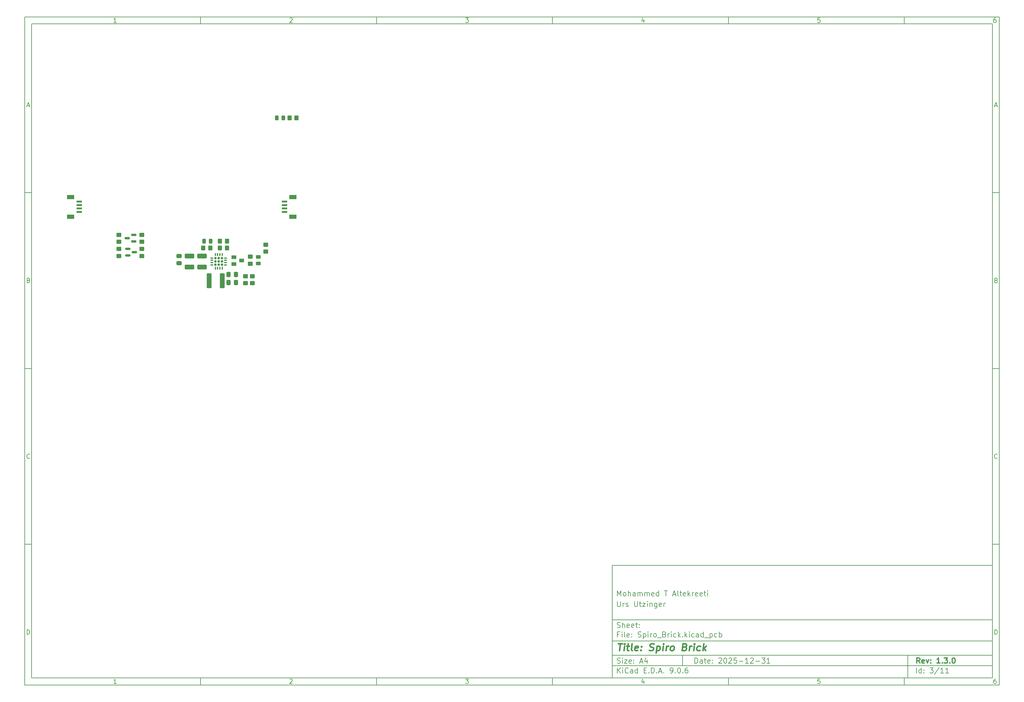
<source format=gbr>
%TF.GenerationSoftware,KiCad,Pcbnew,9.0.6-9.0.6~ubuntu22.04.1*%
%TF.CreationDate,2026-01-05T20:27:44-07:00*%
%TF.ProjectId,Spiro_Brick,53706972-6f5f-4427-9269-636b2e6b6963,1.3.0*%
%TF.SameCoordinates,Original*%
%TF.FileFunction,Paste,Top*%
%TF.FilePolarity,Positive*%
%FSLAX46Y46*%
G04 Gerber Fmt 4.6, Leading zero omitted, Abs format (unit mm)*
G04 Created by KiCad (PCBNEW 9.0.6-9.0.6~ubuntu22.04.1) date 2026-01-05 20:27:44*
%MOMM*%
%LPD*%
G01*
G04 APERTURE LIST*
G04 Aperture macros list*
%AMRoundRect*
0 Rectangle with rounded corners*
0 $1 Rounding radius*
0 $2 $3 $4 $5 $6 $7 $8 $9 X,Y pos of 4 corners*
0 Add a 4 corners polygon primitive as box body*
4,1,4,$2,$3,$4,$5,$6,$7,$8,$9,$2,$3,0*
0 Add four circle primitives for the rounded corners*
1,1,$1+$1,$2,$3*
1,1,$1+$1,$4,$5*
1,1,$1+$1,$6,$7*
1,1,$1+$1,$8,$9*
0 Add four rect primitives between the rounded corners*
20,1,$1+$1,$2,$3,$4,$5,0*
20,1,$1+$1,$4,$5,$6,$7,0*
20,1,$1+$1,$6,$7,$8,$9,0*
20,1,$1+$1,$8,$9,$2,$3,0*%
G04 Aperture macros list end*
%ADD10C,0.100000*%
%ADD11C,0.150000*%
%ADD12C,0.300000*%
%ADD13C,0.400000*%
%ADD14RoundRect,0.160000X-0.160000X-0.160000X0.160000X-0.160000X0.160000X0.160000X-0.160000X0.160000X0*%
%ADD15RoundRect,0.087500X-0.325000X-0.087500X0.325000X-0.087500X0.325000X0.087500X-0.325000X0.087500X0*%
%ADD16RoundRect,0.087500X-0.087500X-0.325000X0.087500X-0.325000X0.087500X0.325000X-0.087500X0.325000X0*%
%ADD17RoundRect,0.249999X0.450001X1.850001X-0.450001X1.850001X-0.450001X-1.850001X0.450001X-1.850001X0*%
%ADD18RoundRect,0.150000X-0.587500X-0.150000X0.587500X-0.150000X0.587500X0.150000X-0.587500X0.150000X0*%
%ADD19RoundRect,0.250000X-1.100000X0.412500X-1.100000X-0.412500X1.100000X-0.412500X1.100000X0.412500X0*%
%ADD20RoundRect,0.250000X0.450000X-0.350000X0.450000X0.350000X-0.450000X0.350000X-0.450000X-0.350000X0*%
%ADD21RoundRect,0.250000X-0.475000X0.337500X-0.475000X-0.337500X0.475000X-0.337500X0.475000X0.337500X0*%
%ADD22RoundRect,0.243750X0.243750X0.456250X-0.243750X0.456250X-0.243750X-0.456250X0.243750X-0.456250X0*%
%ADD23RoundRect,0.250000X-0.337500X-0.475000X0.337500X-0.475000X0.337500X0.475000X-0.337500X0.475000X0*%
%ADD24RoundRect,0.250000X-0.350000X-0.450000X0.350000X-0.450000X0.350000X0.450000X-0.350000X0.450000X0*%
%ADD25R,1.400000X1.000000*%
%ADD26RoundRect,0.250000X-0.450000X0.350000X-0.450000X-0.350000X0.450000X-0.350000X0.450000X0.350000X0*%
%ADD27R,1.550000X0.600000*%
%ADD28R,2.000000X1.200000*%
%ADD29RoundRect,0.243750X0.456250X-0.243750X0.456250X0.243750X-0.456250X0.243750X-0.456250X-0.243750X0*%
%ADD30RoundRect,0.150000X0.587500X0.150000X-0.587500X0.150000X-0.587500X-0.150000X0.587500X-0.150000X0*%
%ADD31RoundRect,0.243750X-0.243750X-0.456250X0.243750X-0.456250X0.243750X0.456250X-0.243750X0.456250X0*%
%ADD32RoundRect,0.250000X0.350000X0.450000X-0.350000X0.450000X-0.350000X-0.450000X0.350000X-0.450000X0*%
G04 APERTURE END LIST*
D10*
D11*
X177002200Y-166007200D02*
X285002200Y-166007200D01*
X285002200Y-198007200D01*
X177002200Y-198007200D01*
X177002200Y-166007200D01*
D10*
D11*
X10000000Y-10000000D02*
X287002200Y-10000000D01*
X287002200Y-200007200D01*
X10000000Y-200007200D01*
X10000000Y-10000000D01*
D10*
D11*
X12000000Y-12000000D02*
X285002200Y-12000000D01*
X285002200Y-198007200D01*
X12000000Y-198007200D01*
X12000000Y-12000000D01*
D10*
D11*
X60000000Y-12000000D02*
X60000000Y-10000000D01*
D10*
D11*
X110000000Y-12000000D02*
X110000000Y-10000000D01*
D10*
D11*
X160000000Y-12000000D02*
X160000000Y-10000000D01*
D10*
D11*
X210000000Y-12000000D02*
X210000000Y-10000000D01*
D10*
D11*
X260000000Y-12000000D02*
X260000000Y-10000000D01*
D10*
D11*
X36089160Y-11593604D02*
X35346303Y-11593604D01*
X35717731Y-11593604D02*
X35717731Y-10293604D01*
X35717731Y-10293604D02*
X35593922Y-10479319D01*
X35593922Y-10479319D02*
X35470112Y-10603128D01*
X35470112Y-10603128D02*
X35346303Y-10665033D01*
D10*
D11*
X85346303Y-10417414D02*
X85408207Y-10355509D01*
X85408207Y-10355509D02*
X85532017Y-10293604D01*
X85532017Y-10293604D02*
X85841541Y-10293604D01*
X85841541Y-10293604D02*
X85965350Y-10355509D01*
X85965350Y-10355509D02*
X86027255Y-10417414D01*
X86027255Y-10417414D02*
X86089160Y-10541223D01*
X86089160Y-10541223D02*
X86089160Y-10665033D01*
X86089160Y-10665033D02*
X86027255Y-10850747D01*
X86027255Y-10850747D02*
X85284398Y-11593604D01*
X85284398Y-11593604D02*
X86089160Y-11593604D01*
D10*
D11*
X135284398Y-10293604D02*
X136089160Y-10293604D01*
X136089160Y-10293604D02*
X135655826Y-10788842D01*
X135655826Y-10788842D02*
X135841541Y-10788842D01*
X135841541Y-10788842D02*
X135965350Y-10850747D01*
X135965350Y-10850747D02*
X136027255Y-10912652D01*
X136027255Y-10912652D02*
X136089160Y-11036461D01*
X136089160Y-11036461D02*
X136089160Y-11345985D01*
X136089160Y-11345985D02*
X136027255Y-11469795D01*
X136027255Y-11469795D02*
X135965350Y-11531700D01*
X135965350Y-11531700D02*
X135841541Y-11593604D01*
X135841541Y-11593604D02*
X135470112Y-11593604D01*
X135470112Y-11593604D02*
X135346303Y-11531700D01*
X135346303Y-11531700D02*
X135284398Y-11469795D01*
D10*
D11*
X185965350Y-10726938D02*
X185965350Y-11593604D01*
X185655826Y-10231700D02*
X185346303Y-11160271D01*
X185346303Y-11160271D02*
X186151064Y-11160271D01*
D10*
D11*
X236027255Y-10293604D02*
X235408207Y-10293604D01*
X235408207Y-10293604D02*
X235346303Y-10912652D01*
X235346303Y-10912652D02*
X235408207Y-10850747D01*
X235408207Y-10850747D02*
X235532017Y-10788842D01*
X235532017Y-10788842D02*
X235841541Y-10788842D01*
X235841541Y-10788842D02*
X235965350Y-10850747D01*
X235965350Y-10850747D02*
X236027255Y-10912652D01*
X236027255Y-10912652D02*
X236089160Y-11036461D01*
X236089160Y-11036461D02*
X236089160Y-11345985D01*
X236089160Y-11345985D02*
X236027255Y-11469795D01*
X236027255Y-11469795D02*
X235965350Y-11531700D01*
X235965350Y-11531700D02*
X235841541Y-11593604D01*
X235841541Y-11593604D02*
X235532017Y-11593604D01*
X235532017Y-11593604D02*
X235408207Y-11531700D01*
X235408207Y-11531700D02*
X235346303Y-11469795D01*
D10*
D11*
X285965350Y-10293604D02*
X285717731Y-10293604D01*
X285717731Y-10293604D02*
X285593922Y-10355509D01*
X285593922Y-10355509D02*
X285532017Y-10417414D01*
X285532017Y-10417414D02*
X285408207Y-10603128D01*
X285408207Y-10603128D02*
X285346303Y-10850747D01*
X285346303Y-10850747D02*
X285346303Y-11345985D01*
X285346303Y-11345985D02*
X285408207Y-11469795D01*
X285408207Y-11469795D02*
X285470112Y-11531700D01*
X285470112Y-11531700D02*
X285593922Y-11593604D01*
X285593922Y-11593604D02*
X285841541Y-11593604D01*
X285841541Y-11593604D02*
X285965350Y-11531700D01*
X285965350Y-11531700D02*
X286027255Y-11469795D01*
X286027255Y-11469795D02*
X286089160Y-11345985D01*
X286089160Y-11345985D02*
X286089160Y-11036461D01*
X286089160Y-11036461D02*
X286027255Y-10912652D01*
X286027255Y-10912652D02*
X285965350Y-10850747D01*
X285965350Y-10850747D02*
X285841541Y-10788842D01*
X285841541Y-10788842D02*
X285593922Y-10788842D01*
X285593922Y-10788842D02*
X285470112Y-10850747D01*
X285470112Y-10850747D02*
X285408207Y-10912652D01*
X285408207Y-10912652D02*
X285346303Y-11036461D01*
D10*
D11*
X60000000Y-198007200D02*
X60000000Y-200007200D01*
D10*
D11*
X110000000Y-198007200D02*
X110000000Y-200007200D01*
D10*
D11*
X160000000Y-198007200D02*
X160000000Y-200007200D01*
D10*
D11*
X210000000Y-198007200D02*
X210000000Y-200007200D01*
D10*
D11*
X260000000Y-198007200D02*
X260000000Y-200007200D01*
D10*
D11*
X36089160Y-199600804D02*
X35346303Y-199600804D01*
X35717731Y-199600804D02*
X35717731Y-198300804D01*
X35717731Y-198300804D02*
X35593922Y-198486519D01*
X35593922Y-198486519D02*
X35470112Y-198610328D01*
X35470112Y-198610328D02*
X35346303Y-198672233D01*
D10*
D11*
X85346303Y-198424614D02*
X85408207Y-198362709D01*
X85408207Y-198362709D02*
X85532017Y-198300804D01*
X85532017Y-198300804D02*
X85841541Y-198300804D01*
X85841541Y-198300804D02*
X85965350Y-198362709D01*
X85965350Y-198362709D02*
X86027255Y-198424614D01*
X86027255Y-198424614D02*
X86089160Y-198548423D01*
X86089160Y-198548423D02*
X86089160Y-198672233D01*
X86089160Y-198672233D02*
X86027255Y-198857947D01*
X86027255Y-198857947D02*
X85284398Y-199600804D01*
X85284398Y-199600804D02*
X86089160Y-199600804D01*
D10*
D11*
X135284398Y-198300804D02*
X136089160Y-198300804D01*
X136089160Y-198300804D02*
X135655826Y-198796042D01*
X135655826Y-198796042D02*
X135841541Y-198796042D01*
X135841541Y-198796042D02*
X135965350Y-198857947D01*
X135965350Y-198857947D02*
X136027255Y-198919852D01*
X136027255Y-198919852D02*
X136089160Y-199043661D01*
X136089160Y-199043661D02*
X136089160Y-199353185D01*
X136089160Y-199353185D02*
X136027255Y-199476995D01*
X136027255Y-199476995D02*
X135965350Y-199538900D01*
X135965350Y-199538900D02*
X135841541Y-199600804D01*
X135841541Y-199600804D02*
X135470112Y-199600804D01*
X135470112Y-199600804D02*
X135346303Y-199538900D01*
X135346303Y-199538900D02*
X135284398Y-199476995D01*
D10*
D11*
X185965350Y-198734138D02*
X185965350Y-199600804D01*
X185655826Y-198238900D02*
X185346303Y-199167471D01*
X185346303Y-199167471D02*
X186151064Y-199167471D01*
D10*
D11*
X236027255Y-198300804D02*
X235408207Y-198300804D01*
X235408207Y-198300804D02*
X235346303Y-198919852D01*
X235346303Y-198919852D02*
X235408207Y-198857947D01*
X235408207Y-198857947D02*
X235532017Y-198796042D01*
X235532017Y-198796042D02*
X235841541Y-198796042D01*
X235841541Y-198796042D02*
X235965350Y-198857947D01*
X235965350Y-198857947D02*
X236027255Y-198919852D01*
X236027255Y-198919852D02*
X236089160Y-199043661D01*
X236089160Y-199043661D02*
X236089160Y-199353185D01*
X236089160Y-199353185D02*
X236027255Y-199476995D01*
X236027255Y-199476995D02*
X235965350Y-199538900D01*
X235965350Y-199538900D02*
X235841541Y-199600804D01*
X235841541Y-199600804D02*
X235532017Y-199600804D01*
X235532017Y-199600804D02*
X235408207Y-199538900D01*
X235408207Y-199538900D02*
X235346303Y-199476995D01*
D10*
D11*
X285965350Y-198300804D02*
X285717731Y-198300804D01*
X285717731Y-198300804D02*
X285593922Y-198362709D01*
X285593922Y-198362709D02*
X285532017Y-198424614D01*
X285532017Y-198424614D02*
X285408207Y-198610328D01*
X285408207Y-198610328D02*
X285346303Y-198857947D01*
X285346303Y-198857947D02*
X285346303Y-199353185D01*
X285346303Y-199353185D02*
X285408207Y-199476995D01*
X285408207Y-199476995D02*
X285470112Y-199538900D01*
X285470112Y-199538900D02*
X285593922Y-199600804D01*
X285593922Y-199600804D02*
X285841541Y-199600804D01*
X285841541Y-199600804D02*
X285965350Y-199538900D01*
X285965350Y-199538900D02*
X286027255Y-199476995D01*
X286027255Y-199476995D02*
X286089160Y-199353185D01*
X286089160Y-199353185D02*
X286089160Y-199043661D01*
X286089160Y-199043661D02*
X286027255Y-198919852D01*
X286027255Y-198919852D02*
X285965350Y-198857947D01*
X285965350Y-198857947D02*
X285841541Y-198796042D01*
X285841541Y-198796042D02*
X285593922Y-198796042D01*
X285593922Y-198796042D02*
X285470112Y-198857947D01*
X285470112Y-198857947D02*
X285408207Y-198919852D01*
X285408207Y-198919852D02*
X285346303Y-199043661D01*
D10*
D11*
X10000000Y-60000000D02*
X12000000Y-60000000D01*
D10*
D11*
X10000000Y-110000000D02*
X12000000Y-110000000D01*
D10*
D11*
X10000000Y-160000000D02*
X12000000Y-160000000D01*
D10*
D11*
X10690476Y-35222176D02*
X11309523Y-35222176D01*
X10566666Y-35593604D02*
X10999999Y-34293604D01*
X10999999Y-34293604D02*
X11433333Y-35593604D01*
D10*
D11*
X11092857Y-84912652D02*
X11278571Y-84974557D01*
X11278571Y-84974557D02*
X11340476Y-85036461D01*
X11340476Y-85036461D02*
X11402380Y-85160271D01*
X11402380Y-85160271D02*
X11402380Y-85345985D01*
X11402380Y-85345985D02*
X11340476Y-85469795D01*
X11340476Y-85469795D02*
X11278571Y-85531700D01*
X11278571Y-85531700D02*
X11154761Y-85593604D01*
X11154761Y-85593604D02*
X10659523Y-85593604D01*
X10659523Y-85593604D02*
X10659523Y-84293604D01*
X10659523Y-84293604D02*
X11092857Y-84293604D01*
X11092857Y-84293604D02*
X11216666Y-84355509D01*
X11216666Y-84355509D02*
X11278571Y-84417414D01*
X11278571Y-84417414D02*
X11340476Y-84541223D01*
X11340476Y-84541223D02*
X11340476Y-84665033D01*
X11340476Y-84665033D02*
X11278571Y-84788842D01*
X11278571Y-84788842D02*
X11216666Y-84850747D01*
X11216666Y-84850747D02*
X11092857Y-84912652D01*
X11092857Y-84912652D02*
X10659523Y-84912652D01*
D10*
D11*
X11402380Y-135469795D02*
X11340476Y-135531700D01*
X11340476Y-135531700D02*
X11154761Y-135593604D01*
X11154761Y-135593604D02*
X11030952Y-135593604D01*
X11030952Y-135593604D02*
X10845238Y-135531700D01*
X10845238Y-135531700D02*
X10721428Y-135407890D01*
X10721428Y-135407890D02*
X10659523Y-135284080D01*
X10659523Y-135284080D02*
X10597619Y-135036461D01*
X10597619Y-135036461D02*
X10597619Y-134850747D01*
X10597619Y-134850747D02*
X10659523Y-134603128D01*
X10659523Y-134603128D02*
X10721428Y-134479319D01*
X10721428Y-134479319D02*
X10845238Y-134355509D01*
X10845238Y-134355509D02*
X11030952Y-134293604D01*
X11030952Y-134293604D02*
X11154761Y-134293604D01*
X11154761Y-134293604D02*
X11340476Y-134355509D01*
X11340476Y-134355509D02*
X11402380Y-134417414D01*
D10*
D11*
X10659523Y-185593604D02*
X10659523Y-184293604D01*
X10659523Y-184293604D02*
X10969047Y-184293604D01*
X10969047Y-184293604D02*
X11154761Y-184355509D01*
X11154761Y-184355509D02*
X11278571Y-184479319D01*
X11278571Y-184479319D02*
X11340476Y-184603128D01*
X11340476Y-184603128D02*
X11402380Y-184850747D01*
X11402380Y-184850747D02*
X11402380Y-185036461D01*
X11402380Y-185036461D02*
X11340476Y-185284080D01*
X11340476Y-185284080D02*
X11278571Y-185407890D01*
X11278571Y-185407890D02*
X11154761Y-185531700D01*
X11154761Y-185531700D02*
X10969047Y-185593604D01*
X10969047Y-185593604D02*
X10659523Y-185593604D01*
D10*
D11*
X287002200Y-60000000D02*
X285002200Y-60000000D01*
D10*
D11*
X287002200Y-110000000D02*
X285002200Y-110000000D01*
D10*
D11*
X287002200Y-160000000D02*
X285002200Y-160000000D01*
D10*
D11*
X285692676Y-35222176D02*
X286311723Y-35222176D01*
X285568866Y-35593604D02*
X286002199Y-34293604D01*
X286002199Y-34293604D02*
X286435533Y-35593604D01*
D10*
D11*
X286095057Y-84912652D02*
X286280771Y-84974557D01*
X286280771Y-84974557D02*
X286342676Y-85036461D01*
X286342676Y-85036461D02*
X286404580Y-85160271D01*
X286404580Y-85160271D02*
X286404580Y-85345985D01*
X286404580Y-85345985D02*
X286342676Y-85469795D01*
X286342676Y-85469795D02*
X286280771Y-85531700D01*
X286280771Y-85531700D02*
X286156961Y-85593604D01*
X286156961Y-85593604D02*
X285661723Y-85593604D01*
X285661723Y-85593604D02*
X285661723Y-84293604D01*
X285661723Y-84293604D02*
X286095057Y-84293604D01*
X286095057Y-84293604D02*
X286218866Y-84355509D01*
X286218866Y-84355509D02*
X286280771Y-84417414D01*
X286280771Y-84417414D02*
X286342676Y-84541223D01*
X286342676Y-84541223D02*
X286342676Y-84665033D01*
X286342676Y-84665033D02*
X286280771Y-84788842D01*
X286280771Y-84788842D02*
X286218866Y-84850747D01*
X286218866Y-84850747D02*
X286095057Y-84912652D01*
X286095057Y-84912652D02*
X285661723Y-84912652D01*
D10*
D11*
X286404580Y-135469795D02*
X286342676Y-135531700D01*
X286342676Y-135531700D02*
X286156961Y-135593604D01*
X286156961Y-135593604D02*
X286033152Y-135593604D01*
X286033152Y-135593604D02*
X285847438Y-135531700D01*
X285847438Y-135531700D02*
X285723628Y-135407890D01*
X285723628Y-135407890D02*
X285661723Y-135284080D01*
X285661723Y-135284080D02*
X285599819Y-135036461D01*
X285599819Y-135036461D02*
X285599819Y-134850747D01*
X285599819Y-134850747D02*
X285661723Y-134603128D01*
X285661723Y-134603128D02*
X285723628Y-134479319D01*
X285723628Y-134479319D02*
X285847438Y-134355509D01*
X285847438Y-134355509D02*
X286033152Y-134293604D01*
X286033152Y-134293604D02*
X286156961Y-134293604D01*
X286156961Y-134293604D02*
X286342676Y-134355509D01*
X286342676Y-134355509D02*
X286404580Y-134417414D01*
D10*
D11*
X285661723Y-185593604D02*
X285661723Y-184293604D01*
X285661723Y-184293604D02*
X285971247Y-184293604D01*
X285971247Y-184293604D02*
X286156961Y-184355509D01*
X286156961Y-184355509D02*
X286280771Y-184479319D01*
X286280771Y-184479319D02*
X286342676Y-184603128D01*
X286342676Y-184603128D02*
X286404580Y-184850747D01*
X286404580Y-184850747D02*
X286404580Y-185036461D01*
X286404580Y-185036461D02*
X286342676Y-185284080D01*
X286342676Y-185284080D02*
X286280771Y-185407890D01*
X286280771Y-185407890D02*
X286156961Y-185531700D01*
X286156961Y-185531700D02*
X285971247Y-185593604D01*
X285971247Y-185593604D02*
X285661723Y-185593604D01*
D10*
D11*
X200458026Y-193793328D02*
X200458026Y-192293328D01*
X200458026Y-192293328D02*
X200815169Y-192293328D01*
X200815169Y-192293328D02*
X201029455Y-192364757D01*
X201029455Y-192364757D02*
X201172312Y-192507614D01*
X201172312Y-192507614D02*
X201243741Y-192650471D01*
X201243741Y-192650471D02*
X201315169Y-192936185D01*
X201315169Y-192936185D02*
X201315169Y-193150471D01*
X201315169Y-193150471D02*
X201243741Y-193436185D01*
X201243741Y-193436185D02*
X201172312Y-193579042D01*
X201172312Y-193579042D02*
X201029455Y-193721900D01*
X201029455Y-193721900D02*
X200815169Y-193793328D01*
X200815169Y-193793328D02*
X200458026Y-193793328D01*
X202600884Y-193793328D02*
X202600884Y-193007614D01*
X202600884Y-193007614D02*
X202529455Y-192864757D01*
X202529455Y-192864757D02*
X202386598Y-192793328D01*
X202386598Y-192793328D02*
X202100884Y-192793328D01*
X202100884Y-192793328D02*
X201958026Y-192864757D01*
X202600884Y-193721900D02*
X202458026Y-193793328D01*
X202458026Y-193793328D02*
X202100884Y-193793328D01*
X202100884Y-193793328D02*
X201958026Y-193721900D01*
X201958026Y-193721900D02*
X201886598Y-193579042D01*
X201886598Y-193579042D02*
X201886598Y-193436185D01*
X201886598Y-193436185D02*
X201958026Y-193293328D01*
X201958026Y-193293328D02*
X202100884Y-193221900D01*
X202100884Y-193221900D02*
X202458026Y-193221900D01*
X202458026Y-193221900D02*
X202600884Y-193150471D01*
X203100884Y-192793328D02*
X203672312Y-192793328D01*
X203315169Y-192293328D02*
X203315169Y-193579042D01*
X203315169Y-193579042D02*
X203386598Y-193721900D01*
X203386598Y-193721900D02*
X203529455Y-193793328D01*
X203529455Y-193793328D02*
X203672312Y-193793328D01*
X204743741Y-193721900D02*
X204600884Y-193793328D01*
X204600884Y-193793328D02*
X204315170Y-193793328D01*
X204315170Y-193793328D02*
X204172312Y-193721900D01*
X204172312Y-193721900D02*
X204100884Y-193579042D01*
X204100884Y-193579042D02*
X204100884Y-193007614D01*
X204100884Y-193007614D02*
X204172312Y-192864757D01*
X204172312Y-192864757D02*
X204315170Y-192793328D01*
X204315170Y-192793328D02*
X204600884Y-192793328D01*
X204600884Y-192793328D02*
X204743741Y-192864757D01*
X204743741Y-192864757D02*
X204815170Y-193007614D01*
X204815170Y-193007614D02*
X204815170Y-193150471D01*
X204815170Y-193150471D02*
X204100884Y-193293328D01*
X205458026Y-193650471D02*
X205529455Y-193721900D01*
X205529455Y-193721900D02*
X205458026Y-193793328D01*
X205458026Y-193793328D02*
X205386598Y-193721900D01*
X205386598Y-193721900D02*
X205458026Y-193650471D01*
X205458026Y-193650471D02*
X205458026Y-193793328D01*
X205458026Y-192864757D02*
X205529455Y-192936185D01*
X205529455Y-192936185D02*
X205458026Y-193007614D01*
X205458026Y-193007614D02*
X205386598Y-192936185D01*
X205386598Y-192936185D02*
X205458026Y-192864757D01*
X205458026Y-192864757D02*
X205458026Y-193007614D01*
X207243741Y-192436185D02*
X207315169Y-192364757D01*
X207315169Y-192364757D02*
X207458027Y-192293328D01*
X207458027Y-192293328D02*
X207815169Y-192293328D01*
X207815169Y-192293328D02*
X207958027Y-192364757D01*
X207958027Y-192364757D02*
X208029455Y-192436185D01*
X208029455Y-192436185D02*
X208100884Y-192579042D01*
X208100884Y-192579042D02*
X208100884Y-192721900D01*
X208100884Y-192721900D02*
X208029455Y-192936185D01*
X208029455Y-192936185D02*
X207172312Y-193793328D01*
X207172312Y-193793328D02*
X208100884Y-193793328D01*
X209029455Y-192293328D02*
X209172312Y-192293328D01*
X209172312Y-192293328D02*
X209315169Y-192364757D01*
X209315169Y-192364757D02*
X209386598Y-192436185D01*
X209386598Y-192436185D02*
X209458026Y-192579042D01*
X209458026Y-192579042D02*
X209529455Y-192864757D01*
X209529455Y-192864757D02*
X209529455Y-193221900D01*
X209529455Y-193221900D02*
X209458026Y-193507614D01*
X209458026Y-193507614D02*
X209386598Y-193650471D01*
X209386598Y-193650471D02*
X209315169Y-193721900D01*
X209315169Y-193721900D02*
X209172312Y-193793328D01*
X209172312Y-193793328D02*
X209029455Y-193793328D01*
X209029455Y-193793328D02*
X208886598Y-193721900D01*
X208886598Y-193721900D02*
X208815169Y-193650471D01*
X208815169Y-193650471D02*
X208743740Y-193507614D01*
X208743740Y-193507614D02*
X208672312Y-193221900D01*
X208672312Y-193221900D02*
X208672312Y-192864757D01*
X208672312Y-192864757D02*
X208743740Y-192579042D01*
X208743740Y-192579042D02*
X208815169Y-192436185D01*
X208815169Y-192436185D02*
X208886598Y-192364757D01*
X208886598Y-192364757D02*
X209029455Y-192293328D01*
X210100883Y-192436185D02*
X210172311Y-192364757D01*
X210172311Y-192364757D02*
X210315169Y-192293328D01*
X210315169Y-192293328D02*
X210672311Y-192293328D01*
X210672311Y-192293328D02*
X210815169Y-192364757D01*
X210815169Y-192364757D02*
X210886597Y-192436185D01*
X210886597Y-192436185D02*
X210958026Y-192579042D01*
X210958026Y-192579042D02*
X210958026Y-192721900D01*
X210958026Y-192721900D02*
X210886597Y-192936185D01*
X210886597Y-192936185D02*
X210029454Y-193793328D01*
X210029454Y-193793328D02*
X210958026Y-193793328D01*
X212315168Y-192293328D02*
X211600882Y-192293328D01*
X211600882Y-192293328D02*
X211529454Y-193007614D01*
X211529454Y-193007614D02*
X211600882Y-192936185D01*
X211600882Y-192936185D02*
X211743740Y-192864757D01*
X211743740Y-192864757D02*
X212100882Y-192864757D01*
X212100882Y-192864757D02*
X212243740Y-192936185D01*
X212243740Y-192936185D02*
X212315168Y-193007614D01*
X212315168Y-193007614D02*
X212386597Y-193150471D01*
X212386597Y-193150471D02*
X212386597Y-193507614D01*
X212386597Y-193507614D02*
X212315168Y-193650471D01*
X212315168Y-193650471D02*
X212243740Y-193721900D01*
X212243740Y-193721900D02*
X212100882Y-193793328D01*
X212100882Y-193793328D02*
X211743740Y-193793328D01*
X211743740Y-193793328D02*
X211600882Y-193721900D01*
X211600882Y-193721900D02*
X211529454Y-193650471D01*
X213029453Y-193221900D02*
X214172311Y-193221900D01*
X215672311Y-193793328D02*
X214815168Y-193793328D01*
X215243739Y-193793328D02*
X215243739Y-192293328D01*
X215243739Y-192293328D02*
X215100882Y-192507614D01*
X215100882Y-192507614D02*
X214958025Y-192650471D01*
X214958025Y-192650471D02*
X214815168Y-192721900D01*
X216243739Y-192436185D02*
X216315167Y-192364757D01*
X216315167Y-192364757D02*
X216458025Y-192293328D01*
X216458025Y-192293328D02*
X216815167Y-192293328D01*
X216815167Y-192293328D02*
X216958025Y-192364757D01*
X216958025Y-192364757D02*
X217029453Y-192436185D01*
X217029453Y-192436185D02*
X217100882Y-192579042D01*
X217100882Y-192579042D02*
X217100882Y-192721900D01*
X217100882Y-192721900D02*
X217029453Y-192936185D01*
X217029453Y-192936185D02*
X216172310Y-193793328D01*
X216172310Y-193793328D02*
X217100882Y-193793328D01*
X217743738Y-193221900D02*
X218886596Y-193221900D01*
X219458024Y-192293328D02*
X220386596Y-192293328D01*
X220386596Y-192293328D02*
X219886596Y-192864757D01*
X219886596Y-192864757D02*
X220100881Y-192864757D01*
X220100881Y-192864757D02*
X220243739Y-192936185D01*
X220243739Y-192936185D02*
X220315167Y-193007614D01*
X220315167Y-193007614D02*
X220386596Y-193150471D01*
X220386596Y-193150471D02*
X220386596Y-193507614D01*
X220386596Y-193507614D02*
X220315167Y-193650471D01*
X220315167Y-193650471D02*
X220243739Y-193721900D01*
X220243739Y-193721900D02*
X220100881Y-193793328D01*
X220100881Y-193793328D02*
X219672310Y-193793328D01*
X219672310Y-193793328D02*
X219529453Y-193721900D01*
X219529453Y-193721900D02*
X219458024Y-193650471D01*
X221815167Y-193793328D02*
X220958024Y-193793328D01*
X221386595Y-193793328D02*
X221386595Y-192293328D01*
X221386595Y-192293328D02*
X221243738Y-192507614D01*
X221243738Y-192507614D02*
X221100881Y-192650471D01*
X221100881Y-192650471D02*
X220958024Y-192721900D01*
D10*
D11*
X177002200Y-194507200D02*
X285002200Y-194507200D01*
D10*
D11*
X178458026Y-196593328D02*
X178458026Y-195093328D01*
X179315169Y-196593328D02*
X178672312Y-195736185D01*
X179315169Y-195093328D02*
X178458026Y-195950471D01*
X179958026Y-196593328D02*
X179958026Y-195593328D01*
X179958026Y-195093328D02*
X179886598Y-195164757D01*
X179886598Y-195164757D02*
X179958026Y-195236185D01*
X179958026Y-195236185D02*
X180029455Y-195164757D01*
X180029455Y-195164757D02*
X179958026Y-195093328D01*
X179958026Y-195093328D02*
X179958026Y-195236185D01*
X181529455Y-196450471D02*
X181458027Y-196521900D01*
X181458027Y-196521900D02*
X181243741Y-196593328D01*
X181243741Y-196593328D02*
X181100884Y-196593328D01*
X181100884Y-196593328D02*
X180886598Y-196521900D01*
X180886598Y-196521900D02*
X180743741Y-196379042D01*
X180743741Y-196379042D02*
X180672312Y-196236185D01*
X180672312Y-196236185D02*
X180600884Y-195950471D01*
X180600884Y-195950471D02*
X180600884Y-195736185D01*
X180600884Y-195736185D02*
X180672312Y-195450471D01*
X180672312Y-195450471D02*
X180743741Y-195307614D01*
X180743741Y-195307614D02*
X180886598Y-195164757D01*
X180886598Y-195164757D02*
X181100884Y-195093328D01*
X181100884Y-195093328D02*
X181243741Y-195093328D01*
X181243741Y-195093328D02*
X181458027Y-195164757D01*
X181458027Y-195164757D02*
X181529455Y-195236185D01*
X182815170Y-196593328D02*
X182815170Y-195807614D01*
X182815170Y-195807614D02*
X182743741Y-195664757D01*
X182743741Y-195664757D02*
X182600884Y-195593328D01*
X182600884Y-195593328D02*
X182315170Y-195593328D01*
X182315170Y-195593328D02*
X182172312Y-195664757D01*
X182815170Y-196521900D02*
X182672312Y-196593328D01*
X182672312Y-196593328D02*
X182315170Y-196593328D01*
X182315170Y-196593328D02*
X182172312Y-196521900D01*
X182172312Y-196521900D02*
X182100884Y-196379042D01*
X182100884Y-196379042D02*
X182100884Y-196236185D01*
X182100884Y-196236185D02*
X182172312Y-196093328D01*
X182172312Y-196093328D02*
X182315170Y-196021900D01*
X182315170Y-196021900D02*
X182672312Y-196021900D01*
X182672312Y-196021900D02*
X182815170Y-195950471D01*
X184172313Y-196593328D02*
X184172313Y-195093328D01*
X184172313Y-196521900D02*
X184029455Y-196593328D01*
X184029455Y-196593328D02*
X183743741Y-196593328D01*
X183743741Y-196593328D02*
X183600884Y-196521900D01*
X183600884Y-196521900D02*
X183529455Y-196450471D01*
X183529455Y-196450471D02*
X183458027Y-196307614D01*
X183458027Y-196307614D02*
X183458027Y-195879042D01*
X183458027Y-195879042D02*
X183529455Y-195736185D01*
X183529455Y-195736185D02*
X183600884Y-195664757D01*
X183600884Y-195664757D02*
X183743741Y-195593328D01*
X183743741Y-195593328D02*
X184029455Y-195593328D01*
X184029455Y-195593328D02*
X184172313Y-195664757D01*
X186029455Y-195807614D02*
X186529455Y-195807614D01*
X186743741Y-196593328D02*
X186029455Y-196593328D01*
X186029455Y-196593328D02*
X186029455Y-195093328D01*
X186029455Y-195093328D02*
X186743741Y-195093328D01*
X187386598Y-196450471D02*
X187458027Y-196521900D01*
X187458027Y-196521900D02*
X187386598Y-196593328D01*
X187386598Y-196593328D02*
X187315170Y-196521900D01*
X187315170Y-196521900D02*
X187386598Y-196450471D01*
X187386598Y-196450471D02*
X187386598Y-196593328D01*
X188100884Y-196593328D02*
X188100884Y-195093328D01*
X188100884Y-195093328D02*
X188458027Y-195093328D01*
X188458027Y-195093328D02*
X188672313Y-195164757D01*
X188672313Y-195164757D02*
X188815170Y-195307614D01*
X188815170Y-195307614D02*
X188886599Y-195450471D01*
X188886599Y-195450471D02*
X188958027Y-195736185D01*
X188958027Y-195736185D02*
X188958027Y-195950471D01*
X188958027Y-195950471D02*
X188886599Y-196236185D01*
X188886599Y-196236185D02*
X188815170Y-196379042D01*
X188815170Y-196379042D02*
X188672313Y-196521900D01*
X188672313Y-196521900D02*
X188458027Y-196593328D01*
X188458027Y-196593328D02*
X188100884Y-196593328D01*
X189600884Y-196450471D02*
X189672313Y-196521900D01*
X189672313Y-196521900D02*
X189600884Y-196593328D01*
X189600884Y-196593328D02*
X189529456Y-196521900D01*
X189529456Y-196521900D02*
X189600884Y-196450471D01*
X189600884Y-196450471D02*
X189600884Y-196593328D01*
X190243742Y-196164757D02*
X190958028Y-196164757D01*
X190100885Y-196593328D02*
X190600885Y-195093328D01*
X190600885Y-195093328D02*
X191100885Y-196593328D01*
X191600884Y-196450471D02*
X191672313Y-196521900D01*
X191672313Y-196521900D02*
X191600884Y-196593328D01*
X191600884Y-196593328D02*
X191529456Y-196521900D01*
X191529456Y-196521900D02*
X191600884Y-196450471D01*
X191600884Y-196450471D02*
X191600884Y-196593328D01*
X193529456Y-196593328D02*
X193815170Y-196593328D01*
X193815170Y-196593328D02*
X193958027Y-196521900D01*
X193958027Y-196521900D02*
X194029456Y-196450471D01*
X194029456Y-196450471D02*
X194172313Y-196236185D01*
X194172313Y-196236185D02*
X194243742Y-195950471D01*
X194243742Y-195950471D02*
X194243742Y-195379042D01*
X194243742Y-195379042D02*
X194172313Y-195236185D01*
X194172313Y-195236185D02*
X194100885Y-195164757D01*
X194100885Y-195164757D02*
X193958027Y-195093328D01*
X193958027Y-195093328D02*
X193672313Y-195093328D01*
X193672313Y-195093328D02*
X193529456Y-195164757D01*
X193529456Y-195164757D02*
X193458027Y-195236185D01*
X193458027Y-195236185D02*
X193386599Y-195379042D01*
X193386599Y-195379042D02*
X193386599Y-195736185D01*
X193386599Y-195736185D02*
X193458027Y-195879042D01*
X193458027Y-195879042D02*
X193529456Y-195950471D01*
X193529456Y-195950471D02*
X193672313Y-196021900D01*
X193672313Y-196021900D02*
X193958027Y-196021900D01*
X193958027Y-196021900D02*
X194100885Y-195950471D01*
X194100885Y-195950471D02*
X194172313Y-195879042D01*
X194172313Y-195879042D02*
X194243742Y-195736185D01*
X194886598Y-196450471D02*
X194958027Y-196521900D01*
X194958027Y-196521900D02*
X194886598Y-196593328D01*
X194886598Y-196593328D02*
X194815170Y-196521900D01*
X194815170Y-196521900D02*
X194886598Y-196450471D01*
X194886598Y-196450471D02*
X194886598Y-196593328D01*
X195886599Y-195093328D02*
X196029456Y-195093328D01*
X196029456Y-195093328D02*
X196172313Y-195164757D01*
X196172313Y-195164757D02*
X196243742Y-195236185D01*
X196243742Y-195236185D02*
X196315170Y-195379042D01*
X196315170Y-195379042D02*
X196386599Y-195664757D01*
X196386599Y-195664757D02*
X196386599Y-196021900D01*
X196386599Y-196021900D02*
X196315170Y-196307614D01*
X196315170Y-196307614D02*
X196243742Y-196450471D01*
X196243742Y-196450471D02*
X196172313Y-196521900D01*
X196172313Y-196521900D02*
X196029456Y-196593328D01*
X196029456Y-196593328D02*
X195886599Y-196593328D01*
X195886599Y-196593328D02*
X195743742Y-196521900D01*
X195743742Y-196521900D02*
X195672313Y-196450471D01*
X195672313Y-196450471D02*
X195600884Y-196307614D01*
X195600884Y-196307614D02*
X195529456Y-196021900D01*
X195529456Y-196021900D02*
X195529456Y-195664757D01*
X195529456Y-195664757D02*
X195600884Y-195379042D01*
X195600884Y-195379042D02*
X195672313Y-195236185D01*
X195672313Y-195236185D02*
X195743742Y-195164757D01*
X195743742Y-195164757D02*
X195886599Y-195093328D01*
X197029455Y-196450471D02*
X197100884Y-196521900D01*
X197100884Y-196521900D02*
X197029455Y-196593328D01*
X197029455Y-196593328D02*
X196958027Y-196521900D01*
X196958027Y-196521900D02*
X197029455Y-196450471D01*
X197029455Y-196450471D02*
X197029455Y-196593328D01*
X198386599Y-195093328D02*
X198100884Y-195093328D01*
X198100884Y-195093328D02*
X197958027Y-195164757D01*
X197958027Y-195164757D02*
X197886599Y-195236185D01*
X197886599Y-195236185D02*
X197743741Y-195450471D01*
X197743741Y-195450471D02*
X197672313Y-195736185D01*
X197672313Y-195736185D02*
X197672313Y-196307614D01*
X197672313Y-196307614D02*
X197743741Y-196450471D01*
X197743741Y-196450471D02*
X197815170Y-196521900D01*
X197815170Y-196521900D02*
X197958027Y-196593328D01*
X197958027Y-196593328D02*
X198243741Y-196593328D01*
X198243741Y-196593328D02*
X198386599Y-196521900D01*
X198386599Y-196521900D02*
X198458027Y-196450471D01*
X198458027Y-196450471D02*
X198529456Y-196307614D01*
X198529456Y-196307614D02*
X198529456Y-195950471D01*
X198529456Y-195950471D02*
X198458027Y-195807614D01*
X198458027Y-195807614D02*
X198386599Y-195736185D01*
X198386599Y-195736185D02*
X198243741Y-195664757D01*
X198243741Y-195664757D02*
X197958027Y-195664757D01*
X197958027Y-195664757D02*
X197815170Y-195736185D01*
X197815170Y-195736185D02*
X197743741Y-195807614D01*
X197743741Y-195807614D02*
X197672313Y-195950471D01*
D10*
D11*
X177002200Y-191507200D02*
X285002200Y-191507200D01*
D10*
D12*
X264413853Y-193785528D02*
X263913853Y-193071242D01*
X263556710Y-193785528D02*
X263556710Y-192285528D01*
X263556710Y-192285528D02*
X264128139Y-192285528D01*
X264128139Y-192285528D02*
X264270996Y-192356957D01*
X264270996Y-192356957D02*
X264342425Y-192428385D01*
X264342425Y-192428385D02*
X264413853Y-192571242D01*
X264413853Y-192571242D02*
X264413853Y-192785528D01*
X264413853Y-192785528D02*
X264342425Y-192928385D01*
X264342425Y-192928385D02*
X264270996Y-192999814D01*
X264270996Y-192999814D02*
X264128139Y-193071242D01*
X264128139Y-193071242D02*
X263556710Y-193071242D01*
X265628139Y-193714100D02*
X265485282Y-193785528D01*
X265485282Y-193785528D02*
X265199568Y-193785528D01*
X265199568Y-193785528D02*
X265056710Y-193714100D01*
X265056710Y-193714100D02*
X264985282Y-193571242D01*
X264985282Y-193571242D02*
X264985282Y-192999814D01*
X264985282Y-192999814D02*
X265056710Y-192856957D01*
X265056710Y-192856957D02*
X265199568Y-192785528D01*
X265199568Y-192785528D02*
X265485282Y-192785528D01*
X265485282Y-192785528D02*
X265628139Y-192856957D01*
X265628139Y-192856957D02*
X265699568Y-192999814D01*
X265699568Y-192999814D02*
X265699568Y-193142671D01*
X265699568Y-193142671D02*
X264985282Y-193285528D01*
X266199567Y-192785528D02*
X266556710Y-193785528D01*
X266556710Y-193785528D02*
X266913853Y-192785528D01*
X267485281Y-193642671D02*
X267556710Y-193714100D01*
X267556710Y-193714100D02*
X267485281Y-193785528D01*
X267485281Y-193785528D02*
X267413853Y-193714100D01*
X267413853Y-193714100D02*
X267485281Y-193642671D01*
X267485281Y-193642671D02*
X267485281Y-193785528D01*
X267485281Y-192856957D02*
X267556710Y-192928385D01*
X267556710Y-192928385D02*
X267485281Y-192999814D01*
X267485281Y-192999814D02*
X267413853Y-192928385D01*
X267413853Y-192928385D02*
X267485281Y-192856957D01*
X267485281Y-192856957D02*
X267485281Y-192999814D01*
X270128139Y-193785528D02*
X269270996Y-193785528D01*
X269699567Y-193785528D02*
X269699567Y-192285528D01*
X269699567Y-192285528D02*
X269556710Y-192499814D01*
X269556710Y-192499814D02*
X269413853Y-192642671D01*
X269413853Y-192642671D02*
X269270996Y-192714100D01*
X270770995Y-193642671D02*
X270842424Y-193714100D01*
X270842424Y-193714100D02*
X270770995Y-193785528D01*
X270770995Y-193785528D02*
X270699567Y-193714100D01*
X270699567Y-193714100D02*
X270770995Y-193642671D01*
X270770995Y-193642671D02*
X270770995Y-193785528D01*
X271342424Y-192285528D02*
X272270996Y-192285528D01*
X272270996Y-192285528D02*
X271770996Y-192856957D01*
X271770996Y-192856957D02*
X271985281Y-192856957D01*
X271985281Y-192856957D02*
X272128139Y-192928385D01*
X272128139Y-192928385D02*
X272199567Y-192999814D01*
X272199567Y-192999814D02*
X272270996Y-193142671D01*
X272270996Y-193142671D02*
X272270996Y-193499814D01*
X272270996Y-193499814D02*
X272199567Y-193642671D01*
X272199567Y-193642671D02*
X272128139Y-193714100D01*
X272128139Y-193714100D02*
X271985281Y-193785528D01*
X271985281Y-193785528D02*
X271556710Y-193785528D01*
X271556710Y-193785528D02*
X271413853Y-193714100D01*
X271413853Y-193714100D02*
X271342424Y-193642671D01*
X272913852Y-193642671D02*
X272985281Y-193714100D01*
X272985281Y-193714100D02*
X272913852Y-193785528D01*
X272913852Y-193785528D02*
X272842424Y-193714100D01*
X272842424Y-193714100D02*
X272913852Y-193642671D01*
X272913852Y-193642671D02*
X272913852Y-193785528D01*
X273913853Y-192285528D02*
X274056710Y-192285528D01*
X274056710Y-192285528D02*
X274199567Y-192356957D01*
X274199567Y-192356957D02*
X274270996Y-192428385D01*
X274270996Y-192428385D02*
X274342424Y-192571242D01*
X274342424Y-192571242D02*
X274413853Y-192856957D01*
X274413853Y-192856957D02*
X274413853Y-193214100D01*
X274413853Y-193214100D02*
X274342424Y-193499814D01*
X274342424Y-193499814D02*
X274270996Y-193642671D01*
X274270996Y-193642671D02*
X274199567Y-193714100D01*
X274199567Y-193714100D02*
X274056710Y-193785528D01*
X274056710Y-193785528D02*
X273913853Y-193785528D01*
X273913853Y-193785528D02*
X273770996Y-193714100D01*
X273770996Y-193714100D02*
X273699567Y-193642671D01*
X273699567Y-193642671D02*
X273628138Y-193499814D01*
X273628138Y-193499814D02*
X273556710Y-193214100D01*
X273556710Y-193214100D02*
X273556710Y-192856957D01*
X273556710Y-192856957D02*
X273628138Y-192571242D01*
X273628138Y-192571242D02*
X273699567Y-192428385D01*
X273699567Y-192428385D02*
X273770996Y-192356957D01*
X273770996Y-192356957D02*
X273913853Y-192285528D01*
D10*
D11*
X178386598Y-193721900D02*
X178600884Y-193793328D01*
X178600884Y-193793328D02*
X178958026Y-193793328D01*
X178958026Y-193793328D02*
X179100884Y-193721900D01*
X179100884Y-193721900D02*
X179172312Y-193650471D01*
X179172312Y-193650471D02*
X179243741Y-193507614D01*
X179243741Y-193507614D02*
X179243741Y-193364757D01*
X179243741Y-193364757D02*
X179172312Y-193221900D01*
X179172312Y-193221900D02*
X179100884Y-193150471D01*
X179100884Y-193150471D02*
X178958026Y-193079042D01*
X178958026Y-193079042D02*
X178672312Y-193007614D01*
X178672312Y-193007614D02*
X178529455Y-192936185D01*
X178529455Y-192936185D02*
X178458026Y-192864757D01*
X178458026Y-192864757D02*
X178386598Y-192721900D01*
X178386598Y-192721900D02*
X178386598Y-192579042D01*
X178386598Y-192579042D02*
X178458026Y-192436185D01*
X178458026Y-192436185D02*
X178529455Y-192364757D01*
X178529455Y-192364757D02*
X178672312Y-192293328D01*
X178672312Y-192293328D02*
X179029455Y-192293328D01*
X179029455Y-192293328D02*
X179243741Y-192364757D01*
X179886597Y-193793328D02*
X179886597Y-192793328D01*
X179886597Y-192293328D02*
X179815169Y-192364757D01*
X179815169Y-192364757D02*
X179886597Y-192436185D01*
X179886597Y-192436185D02*
X179958026Y-192364757D01*
X179958026Y-192364757D02*
X179886597Y-192293328D01*
X179886597Y-192293328D02*
X179886597Y-192436185D01*
X180458026Y-192793328D02*
X181243741Y-192793328D01*
X181243741Y-192793328D02*
X180458026Y-193793328D01*
X180458026Y-193793328D02*
X181243741Y-193793328D01*
X182386598Y-193721900D02*
X182243741Y-193793328D01*
X182243741Y-193793328D02*
X181958027Y-193793328D01*
X181958027Y-193793328D02*
X181815169Y-193721900D01*
X181815169Y-193721900D02*
X181743741Y-193579042D01*
X181743741Y-193579042D02*
X181743741Y-193007614D01*
X181743741Y-193007614D02*
X181815169Y-192864757D01*
X181815169Y-192864757D02*
X181958027Y-192793328D01*
X181958027Y-192793328D02*
X182243741Y-192793328D01*
X182243741Y-192793328D02*
X182386598Y-192864757D01*
X182386598Y-192864757D02*
X182458027Y-193007614D01*
X182458027Y-193007614D02*
X182458027Y-193150471D01*
X182458027Y-193150471D02*
X181743741Y-193293328D01*
X183100883Y-193650471D02*
X183172312Y-193721900D01*
X183172312Y-193721900D02*
X183100883Y-193793328D01*
X183100883Y-193793328D02*
X183029455Y-193721900D01*
X183029455Y-193721900D02*
X183100883Y-193650471D01*
X183100883Y-193650471D02*
X183100883Y-193793328D01*
X183100883Y-192864757D02*
X183172312Y-192936185D01*
X183172312Y-192936185D02*
X183100883Y-193007614D01*
X183100883Y-193007614D02*
X183029455Y-192936185D01*
X183029455Y-192936185D02*
X183100883Y-192864757D01*
X183100883Y-192864757D02*
X183100883Y-193007614D01*
X184886598Y-193364757D02*
X185600884Y-193364757D01*
X184743741Y-193793328D02*
X185243741Y-192293328D01*
X185243741Y-192293328D02*
X185743741Y-193793328D01*
X186886598Y-192793328D02*
X186886598Y-193793328D01*
X186529455Y-192221900D02*
X186172312Y-193293328D01*
X186172312Y-193293328D02*
X187100883Y-193293328D01*
D10*
D11*
X263458026Y-196593328D02*
X263458026Y-195093328D01*
X264815170Y-196593328D02*
X264815170Y-195093328D01*
X264815170Y-196521900D02*
X264672312Y-196593328D01*
X264672312Y-196593328D02*
X264386598Y-196593328D01*
X264386598Y-196593328D02*
X264243741Y-196521900D01*
X264243741Y-196521900D02*
X264172312Y-196450471D01*
X264172312Y-196450471D02*
X264100884Y-196307614D01*
X264100884Y-196307614D02*
X264100884Y-195879042D01*
X264100884Y-195879042D02*
X264172312Y-195736185D01*
X264172312Y-195736185D02*
X264243741Y-195664757D01*
X264243741Y-195664757D02*
X264386598Y-195593328D01*
X264386598Y-195593328D02*
X264672312Y-195593328D01*
X264672312Y-195593328D02*
X264815170Y-195664757D01*
X265529455Y-196450471D02*
X265600884Y-196521900D01*
X265600884Y-196521900D02*
X265529455Y-196593328D01*
X265529455Y-196593328D02*
X265458027Y-196521900D01*
X265458027Y-196521900D02*
X265529455Y-196450471D01*
X265529455Y-196450471D02*
X265529455Y-196593328D01*
X265529455Y-195664757D02*
X265600884Y-195736185D01*
X265600884Y-195736185D02*
X265529455Y-195807614D01*
X265529455Y-195807614D02*
X265458027Y-195736185D01*
X265458027Y-195736185D02*
X265529455Y-195664757D01*
X265529455Y-195664757D02*
X265529455Y-195807614D01*
X267243741Y-195093328D02*
X268172313Y-195093328D01*
X268172313Y-195093328D02*
X267672313Y-195664757D01*
X267672313Y-195664757D02*
X267886598Y-195664757D01*
X267886598Y-195664757D02*
X268029456Y-195736185D01*
X268029456Y-195736185D02*
X268100884Y-195807614D01*
X268100884Y-195807614D02*
X268172313Y-195950471D01*
X268172313Y-195950471D02*
X268172313Y-196307614D01*
X268172313Y-196307614D02*
X268100884Y-196450471D01*
X268100884Y-196450471D02*
X268029456Y-196521900D01*
X268029456Y-196521900D02*
X267886598Y-196593328D01*
X267886598Y-196593328D02*
X267458027Y-196593328D01*
X267458027Y-196593328D02*
X267315170Y-196521900D01*
X267315170Y-196521900D02*
X267243741Y-196450471D01*
X269886598Y-195021900D02*
X268600884Y-196950471D01*
X271172313Y-196593328D02*
X270315170Y-196593328D01*
X270743741Y-196593328D02*
X270743741Y-195093328D01*
X270743741Y-195093328D02*
X270600884Y-195307614D01*
X270600884Y-195307614D02*
X270458027Y-195450471D01*
X270458027Y-195450471D02*
X270315170Y-195521900D01*
X272600884Y-196593328D02*
X271743741Y-196593328D01*
X272172312Y-196593328D02*
X272172312Y-195093328D01*
X272172312Y-195093328D02*
X272029455Y-195307614D01*
X272029455Y-195307614D02*
X271886598Y-195450471D01*
X271886598Y-195450471D02*
X271743741Y-195521900D01*
D10*
D11*
X177002200Y-187507200D02*
X285002200Y-187507200D01*
D10*
D13*
X178693928Y-188211638D02*
X179836785Y-188211638D01*
X179015357Y-190211638D02*
X179265357Y-188211638D01*
X180253452Y-190211638D02*
X180420119Y-188878304D01*
X180503452Y-188211638D02*
X180396309Y-188306876D01*
X180396309Y-188306876D02*
X180479643Y-188402114D01*
X180479643Y-188402114D02*
X180586786Y-188306876D01*
X180586786Y-188306876D02*
X180503452Y-188211638D01*
X180503452Y-188211638D02*
X180479643Y-188402114D01*
X181086786Y-188878304D02*
X181848690Y-188878304D01*
X181455833Y-188211638D02*
X181241548Y-189925923D01*
X181241548Y-189925923D02*
X181312976Y-190116400D01*
X181312976Y-190116400D02*
X181491548Y-190211638D01*
X181491548Y-190211638D02*
X181682024Y-190211638D01*
X182634405Y-190211638D02*
X182455833Y-190116400D01*
X182455833Y-190116400D02*
X182384405Y-189925923D01*
X182384405Y-189925923D02*
X182598690Y-188211638D01*
X184170119Y-190116400D02*
X183967738Y-190211638D01*
X183967738Y-190211638D02*
X183586785Y-190211638D01*
X183586785Y-190211638D02*
X183408214Y-190116400D01*
X183408214Y-190116400D02*
X183336785Y-189925923D01*
X183336785Y-189925923D02*
X183432024Y-189164019D01*
X183432024Y-189164019D02*
X183551071Y-188973542D01*
X183551071Y-188973542D02*
X183753452Y-188878304D01*
X183753452Y-188878304D02*
X184134404Y-188878304D01*
X184134404Y-188878304D02*
X184312976Y-188973542D01*
X184312976Y-188973542D02*
X184384404Y-189164019D01*
X184384404Y-189164019D02*
X184360595Y-189354495D01*
X184360595Y-189354495D02*
X183384404Y-189544971D01*
X185134405Y-190021161D02*
X185217738Y-190116400D01*
X185217738Y-190116400D02*
X185110595Y-190211638D01*
X185110595Y-190211638D02*
X185027262Y-190116400D01*
X185027262Y-190116400D02*
X185134405Y-190021161D01*
X185134405Y-190021161D02*
X185110595Y-190211638D01*
X185265357Y-188973542D02*
X185348690Y-189068780D01*
X185348690Y-189068780D02*
X185241548Y-189164019D01*
X185241548Y-189164019D02*
X185158214Y-189068780D01*
X185158214Y-189068780D02*
X185265357Y-188973542D01*
X185265357Y-188973542D02*
X185241548Y-189164019D01*
X187503453Y-190116400D02*
X187777262Y-190211638D01*
X187777262Y-190211638D02*
X188253453Y-190211638D01*
X188253453Y-190211638D02*
X188455834Y-190116400D01*
X188455834Y-190116400D02*
X188562977Y-190021161D01*
X188562977Y-190021161D02*
X188682024Y-189830685D01*
X188682024Y-189830685D02*
X188705834Y-189640209D01*
X188705834Y-189640209D02*
X188634405Y-189449733D01*
X188634405Y-189449733D02*
X188551072Y-189354495D01*
X188551072Y-189354495D02*
X188372501Y-189259257D01*
X188372501Y-189259257D02*
X188003453Y-189164019D01*
X188003453Y-189164019D02*
X187824881Y-189068780D01*
X187824881Y-189068780D02*
X187741548Y-188973542D01*
X187741548Y-188973542D02*
X187670120Y-188783066D01*
X187670120Y-188783066D02*
X187693929Y-188592590D01*
X187693929Y-188592590D02*
X187812977Y-188402114D01*
X187812977Y-188402114D02*
X187920120Y-188306876D01*
X187920120Y-188306876D02*
X188122501Y-188211638D01*
X188122501Y-188211638D02*
X188598691Y-188211638D01*
X188598691Y-188211638D02*
X188872501Y-188306876D01*
X189658215Y-188878304D02*
X189408215Y-190878304D01*
X189646310Y-188973542D02*
X189848691Y-188878304D01*
X189848691Y-188878304D02*
X190229643Y-188878304D01*
X190229643Y-188878304D02*
X190408215Y-188973542D01*
X190408215Y-188973542D02*
X190491548Y-189068780D01*
X190491548Y-189068780D02*
X190562977Y-189259257D01*
X190562977Y-189259257D02*
X190491548Y-189830685D01*
X190491548Y-189830685D02*
X190372501Y-190021161D01*
X190372501Y-190021161D02*
X190265358Y-190116400D01*
X190265358Y-190116400D02*
X190062977Y-190211638D01*
X190062977Y-190211638D02*
X189682024Y-190211638D01*
X189682024Y-190211638D02*
X189503453Y-190116400D01*
X191301072Y-190211638D02*
X191467739Y-188878304D01*
X191551072Y-188211638D02*
X191443929Y-188306876D01*
X191443929Y-188306876D02*
X191527263Y-188402114D01*
X191527263Y-188402114D02*
X191634406Y-188306876D01*
X191634406Y-188306876D02*
X191551072Y-188211638D01*
X191551072Y-188211638D02*
X191527263Y-188402114D01*
X192253453Y-190211638D02*
X192420120Y-188878304D01*
X192372501Y-189259257D02*
X192491548Y-189068780D01*
X192491548Y-189068780D02*
X192598691Y-188973542D01*
X192598691Y-188973542D02*
X192801072Y-188878304D01*
X192801072Y-188878304D02*
X192991548Y-188878304D01*
X193777263Y-190211638D02*
X193598691Y-190116400D01*
X193598691Y-190116400D02*
X193515358Y-190021161D01*
X193515358Y-190021161D02*
X193443929Y-189830685D01*
X193443929Y-189830685D02*
X193515358Y-189259257D01*
X193515358Y-189259257D02*
X193634405Y-189068780D01*
X193634405Y-189068780D02*
X193741548Y-188973542D01*
X193741548Y-188973542D02*
X193943929Y-188878304D01*
X193943929Y-188878304D02*
X194229643Y-188878304D01*
X194229643Y-188878304D02*
X194408215Y-188973542D01*
X194408215Y-188973542D02*
X194491548Y-189068780D01*
X194491548Y-189068780D02*
X194562977Y-189259257D01*
X194562977Y-189259257D02*
X194491548Y-189830685D01*
X194491548Y-189830685D02*
X194372501Y-190021161D01*
X194372501Y-190021161D02*
X194265358Y-190116400D01*
X194265358Y-190116400D02*
X194062977Y-190211638D01*
X194062977Y-190211638D02*
X193777263Y-190211638D01*
X197622501Y-189164019D02*
X197896311Y-189259257D01*
X197896311Y-189259257D02*
X197979644Y-189354495D01*
X197979644Y-189354495D02*
X198051073Y-189544971D01*
X198051073Y-189544971D02*
X198015358Y-189830685D01*
X198015358Y-189830685D02*
X197896311Y-190021161D01*
X197896311Y-190021161D02*
X197789168Y-190116400D01*
X197789168Y-190116400D02*
X197586787Y-190211638D01*
X197586787Y-190211638D02*
X196824882Y-190211638D01*
X196824882Y-190211638D02*
X197074882Y-188211638D01*
X197074882Y-188211638D02*
X197741549Y-188211638D01*
X197741549Y-188211638D02*
X197920120Y-188306876D01*
X197920120Y-188306876D02*
X198003454Y-188402114D01*
X198003454Y-188402114D02*
X198074882Y-188592590D01*
X198074882Y-188592590D02*
X198051073Y-188783066D01*
X198051073Y-188783066D02*
X197932025Y-188973542D01*
X197932025Y-188973542D02*
X197824882Y-189068780D01*
X197824882Y-189068780D02*
X197622501Y-189164019D01*
X197622501Y-189164019D02*
X196955835Y-189164019D01*
X198824882Y-190211638D02*
X198991549Y-188878304D01*
X198943930Y-189259257D02*
X199062977Y-189068780D01*
X199062977Y-189068780D02*
X199170120Y-188973542D01*
X199170120Y-188973542D02*
X199372501Y-188878304D01*
X199372501Y-188878304D02*
X199562977Y-188878304D01*
X200062977Y-190211638D02*
X200229644Y-188878304D01*
X200312977Y-188211638D02*
X200205834Y-188306876D01*
X200205834Y-188306876D02*
X200289168Y-188402114D01*
X200289168Y-188402114D02*
X200396311Y-188306876D01*
X200396311Y-188306876D02*
X200312977Y-188211638D01*
X200312977Y-188211638D02*
X200289168Y-188402114D01*
X201884406Y-190116400D02*
X201682025Y-190211638D01*
X201682025Y-190211638D02*
X201301073Y-190211638D01*
X201301073Y-190211638D02*
X201122501Y-190116400D01*
X201122501Y-190116400D02*
X201039168Y-190021161D01*
X201039168Y-190021161D02*
X200967739Y-189830685D01*
X200967739Y-189830685D02*
X201039168Y-189259257D01*
X201039168Y-189259257D02*
X201158215Y-189068780D01*
X201158215Y-189068780D02*
X201265358Y-188973542D01*
X201265358Y-188973542D02*
X201467739Y-188878304D01*
X201467739Y-188878304D02*
X201848692Y-188878304D01*
X201848692Y-188878304D02*
X202027263Y-188973542D01*
X202729644Y-190211638D02*
X202979644Y-188211638D01*
X203015359Y-189449733D02*
X203491549Y-190211638D01*
X203658216Y-188878304D02*
X202801073Y-189640209D01*
D10*
D11*
X178958026Y-185607614D02*
X178458026Y-185607614D01*
X178458026Y-186393328D02*
X178458026Y-184893328D01*
X178458026Y-184893328D02*
X179172312Y-184893328D01*
X179743740Y-186393328D02*
X179743740Y-185393328D01*
X179743740Y-184893328D02*
X179672312Y-184964757D01*
X179672312Y-184964757D02*
X179743740Y-185036185D01*
X179743740Y-185036185D02*
X179815169Y-184964757D01*
X179815169Y-184964757D02*
X179743740Y-184893328D01*
X179743740Y-184893328D02*
X179743740Y-185036185D01*
X180672312Y-186393328D02*
X180529455Y-186321900D01*
X180529455Y-186321900D02*
X180458026Y-186179042D01*
X180458026Y-186179042D02*
X180458026Y-184893328D01*
X181815169Y-186321900D02*
X181672312Y-186393328D01*
X181672312Y-186393328D02*
X181386598Y-186393328D01*
X181386598Y-186393328D02*
X181243740Y-186321900D01*
X181243740Y-186321900D02*
X181172312Y-186179042D01*
X181172312Y-186179042D02*
X181172312Y-185607614D01*
X181172312Y-185607614D02*
X181243740Y-185464757D01*
X181243740Y-185464757D02*
X181386598Y-185393328D01*
X181386598Y-185393328D02*
X181672312Y-185393328D01*
X181672312Y-185393328D02*
X181815169Y-185464757D01*
X181815169Y-185464757D02*
X181886598Y-185607614D01*
X181886598Y-185607614D02*
X181886598Y-185750471D01*
X181886598Y-185750471D02*
X181172312Y-185893328D01*
X182529454Y-186250471D02*
X182600883Y-186321900D01*
X182600883Y-186321900D02*
X182529454Y-186393328D01*
X182529454Y-186393328D02*
X182458026Y-186321900D01*
X182458026Y-186321900D02*
X182529454Y-186250471D01*
X182529454Y-186250471D02*
X182529454Y-186393328D01*
X182529454Y-185464757D02*
X182600883Y-185536185D01*
X182600883Y-185536185D02*
X182529454Y-185607614D01*
X182529454Y-185607614D02*
X182458026Y-185536185D01*
X182458026Y-185536185D02*
X182529454Y-185464757D01*
X182529454Y-185464757D02*
X182529454Y-185607614D01*
X184315169Y-186321900D02*
X184529455Y-186393328D01*
X184529455Y-186393328D02*
X184886597Y-186393328D01*
X184886597Y-186393328D02*
X185029455Y-186321900D01*
X185029455Y-186321900D02*
X185100883Y-186250471D01*
X185100883Y-186250471D02*
X185172312Y-186107614D01*
X185172312Y-186107614D02*
X185172312Y-185964757D01*
X185172312Y-185964757D02*
X185100883Y-185821900D01*
X185100883Y-185821900D02*
X185029455Y-185750471D01*
X185029455Y-185750471D02*
X184886597Y-185679042D01*
X184886597Y-185679042D02*
X184600883Y-185607614D01*
X184600883Y-185607614D02*
X184458026Y-185536185D01*
X184458026Y-185536185D02*
X184386597Y-185464757D01*
X184386597Y-185464757D02*
X184315169Y-185321900D01*
X184315169Y-185321900D02*
X184315169Y-185179042D01*
X184315169Y-185179042D02*
X184386597Y-185036185D01*
X184386597Y-185036185D02*
X184458026Y-184964757D01*
X184458026Y-184964757D02*
X184600883Y-184893328D01*
X184600883Y-184893328D02*
X184958026Y-184893328D01*
X184958026Y-184893328D02*
X185172312Y-184964757D01*
X185815168Y-185393328D02*
X185815168Y-186893328D01*
X185815168Y-185464757D02*
X185958026Y-185393328D01*
X185958026Y-185393328D02*
X186243740Y-185393328D01*
X186243740Y-185393328D02*
X186386597Y-185464757D01*
X186386597Y-185464757D02*
X186458026Y-185536185D01*
X186458026Y-185536185D02*
X186529454Y-185679042D01*
X186529454Y-185679042D02*
X186529454Y-186107614D01*
X186529454Y-186107614D02*
X186458026Y-186250471D01*
X186458026Y-186250471D02*
X186386597Y-186321900D01*
X186386597Y-186321900D02*
X186243740Y-186393328D01*
X186243740Y-186393328D02*
X185958026Y-186393328D01*
X185958026Y-186393328D02*
X185815168Y-186321900D01*
X187172311Y-186393328D02*
X187172311Y-185393328D01*
X187172311Y-184893328D02*
X187100883Y-184964757D01*
X187100883Y-184964757D02*
X187172311Y-185036185D01*
X187172311Y-185036185D02*
X187243740Y-184964757D01*
X187243740Y-184964757D02*
X187172311Y-184893328D01*
X187172311Y-184893328D02*
X187172311Y-185036185D01*
X187886597Y-186393328D02*
X187886597Y-185393328D01*
X187886597Y-185679042D02*
X187958026Y-185536185D01*
X187958026Y-185536185D02*
X188029455Y-185464757D01*
X188029455Y-185464757D02*
X188172312Y-185393328D01*
X188172312Y-185393328D02*
X188315169Y-185393328D01*
X189029454Y-186393328D02*
X188886597Y-186321900D01*
X188886597Y-186321900D02*
X188815168Y-186250471D01*
X188815168Y-186250471D02*
X188743740Y-186107614D01*
X188743740Y-186107614D02*
X188743740Y-185679042D01*
X188743740Y-185679042D02*
X188815168Y-185536185D01*
X188815168Y-185536185D02*
X188886597Y-185464757D01*
X188886597Y-185464757D02*
X189029454Y-185393328D01*
X189029454Y-185393328D02*
X189243740Y-185393328D01*
X189243740Y-185393328D02*
X189386597Y-185464757D01*
X189386597Y-185464757D02*
X189458026Y-185536185D01*
X189458026Y-185536185D02*
X189529454Y-185679042D01*
X189529454Y-185679042D02*
X189529454Y-186107614D01*
X189529454Y-186107614D02*
X189458026Y-186250471D01*
X189458026Y-186250471D02*
X189386597Y-186321900D01*
X189386597Y-186321900D02*
X189243740Y-186393328D01*
X189243740Y-186393328D02*
X189029454Y-186393328D01*
X189815169Y-186536185D02*
X190958026Y-186536185D01*
X191815168Y-185607614D02*
X192029454Y-185679042D01*
X192029454Y-185679042D02*
X192100883Y-185750471D01*
X192100883Y-185750471D02*
X192172311Y-185893328D01*
X192172311Y-185893328D02*
X192172311Y-186107614D01*
X192172311Y-186107614D02*
X192100883Y-186250471D01*
X192100883Y-186250471D02*
X192029454Y-186321900D01*
X192029454Y-186321900D02*
X191886597Y-186393328D01*
X191886597Y-186393328D02*
X191315168Y-186393328D01*
X191315168Y-186393328D02*
X191315168Y-184893328D01*
X191315168Y-184893328D02*
X191815168Y-184893328D01*
X191815168Y-184893328D02*
X191958026Y-184964757D01*
X191958026Y-184964757D02*
X192029454Y-185036185D01*
X192029454Y-185036185D02*
X192100883Y-185179042D01*
X192100883Y-185179042D02*
X192100883Y-185321900D01*
X192100883Y-185321900D02*
X192029454Y-185464757D01*
X192029454Y-185464757D02*
X191958026Y-185536185D01*
X191958026Y-185536185D02*
X191815168Y-185607614D01*
X191815168Y-185607614D02*
X191315168Y-185607614D01*
X192815168Y-186393328D02*
X192815168Y-185393328D01*
X192815168Y-185679042D02*
X192886597Y-185536185D01*
X192886597Y-185536185D02*
X192958026Y-185464757D01*
X192958026Y-185464757D02*
X193100883Y-185393328D01*
X193100883Y-185393328D02*
X193243740Y-185393328D01*
X193743739Y-186393328D02*
X193743739Y-185393328D01*
X193743739Y-184893328D02*
X193672311Y-184964757D01*
X193672311Y-184964757D02*
X193743739Y-185036185D01*
X193743739Y-185036185D02*
X193815168Y-184964757D01*
X193815168Y-184964757D02*
X193743739Y-184893328D01*
X193743739Y-184893328D02*
X193743739Y-185036185D01*
X195100883Y-186321900D02*
X194958025Y-186393328D01*
X194958025Y-186393328D02*
X194672311Y-186393328D01*
X194672311Y-186393328D02*
X194529454Y-186321900D01*
X194529454Y-186321900D02*
X194458025Y-186250471D01*
X194458025Y-186250471D02*
X194386597Y-186107614D01*
X194386597Y-186107614D02*
X194386597Y-185679042D01*
X194386597Y-185679042D02*
X194458025Y-185536185D01*
X194458025Y-185536185D02*
X194529454Y-185464757D01*
X194529454Y-185464757D02*
X194672311Y-185393328D01*
X194672311Y-185393328D02*
X194958025Y-185393328D01*
X194958025Y-185393328D02*
X195100883Y-185464757D01*
X195743739Y-186393328D02*
X195743739Y-184893328D01*
X195886597Y-185821900D02*
X196315168Y-186393328D01*
X196315168Y-185393328D02*
X195743739Y-185964757D01*
X196958025Y-186250471D02*
X197029454Y-186321900D01*
X197029454Y-186321900D02*
X196958025Y-186393328D01*
X196958025Y-186393328D02*
X196886597Y-186321900D01*
X196886597Y-186321900D02*
X196958025Y-186250471D01*
X196958025Y-186250471D02*
X196958025Y-186393328D01*
X197672311Y-186393328D02*
X197672311Y-184893328D01*
X197815169Y-185821900D02*
X198243740Y-186393328D01*
X198243740Y-185393328D02*
X197672311Y-185964757D01*
X198886597Y-186393328D02*
X198886597Y-185393328D01*
X198886597Y-184893328D02*
X198815169Y-184964757D01*
X198815169Y-184964757D02*
X198886597Y-185036185D01*
X198886597Y-185036185D02*
X198958026Y-184964757D01*
X198958026Y-184964757D02*
X198886597Y-184893328D01*
X198886597Y-184893328D02*
X198886597Y-185036185D01*
X200243741Y-186321900D02*
X200100883Y-186393328D01*
X200100883Y-186393328D02*
X199815169Y-186393328D01*
X199815169Y-186393328D02*
X199672312Y-186321900D01*
X199672312Y-186321900D02*
X199600883Y-186250471D01*
X199600883Y-186250471D02*
X199529455Y-186107614D01*
X199529455Y-186107614D02*
X199529455Y-185679042D01*
X199529455Y-185679042D02*
X199600883Y-185536185D01*
X199600883Y-185536185D02*
X199672312Y-185464757D01*
X199672312Y-185464757D02*
X199815169Y-185393328D01*
X199815169Y-185393328D02*
X200100883Y-185393328D01*
X200100883Y-185393328D02*
X200243741Y-185464757D01*
X201529455Y-186393328D02*
X201529455Y-185607614D01*
X201529455Y-185607614D02*
X201458026Y-185464757D01*
X201458026Y-185464757D02*
X201315169Y-185393328D01*
X201315169Y-185393328D02*
X201029455Y-185393328D01*
X201029455Y-185393328D02*
X200886597Y-185464757D01*
X201529455Y-186321900D02*
X201386597Y-186393328D01*
X201386597Y-186393328D02*
X201029455Y-186393328D01*
X201029455Y-186393328D02*
X200886597Y-186321900D01*
X200886597Y-186321900D02*
X200815169Y-186179042D01*
X200815169Y-186179042D02*
X200815169Y-186036185D01*
X200815169Y-186036185D02*
X200886597Y-185893328D01*
X200886597Y-185893328D02*
X201029455Y-185821900D01*
X201029455Y-185821900D02*
X201386597Y-185821900D01*
X201386597Y-185821900D02*
X201529455Y-185750471D01*
X202886598Y-186393328D02*
X202886598Y-184893328D01*
X202886598Y-186321900D02*
X202743740Y-186393328D01*
X202743740Y-186393328D02*
X202458026Y-186393328D01*
X202458026Y-186393328D02*
X202315169Y-186321900D01*
X202315169Y-186321900D02*
X202243740Y-186250471D01*
X202243740Y-186250471D02*
X202172312Y-186107614D01*
X202172312Y-186107614D02*
X202172312Y-185679042D01*
X202172312Y-185679042D02*
X202243740Y-185536185D01*
X202243740Y-185536185D02*
X202315169Y-185464757D01*
X202315169Y-185464757D02*
X202458026Y-185393328D01*
X202458026Y-185393328D02*
X202743740Y-185393328D01*
X202743740Y-185393328D02*
X202886598Y-185464757D01*
X203243741Y-186536185D02*
X204386598Y-186536185D01*
X204743740Y-185393328D02*
X204743740Y-186893328D01*
X204743740Y-185464757D02*
X204886598Y-185393328D01*
X204886598Y-185393328D02*
X205172312Y-185393328D01*
X205172312Y-185393328D02*
X205315169Y-185464757D01*
X205315169Y-185464757D02*
X205386598Y-185536185D01*
X205386598Y-185536185D02*
X205458026Y-185679042D01*
X205458026Y-185679042D02*
X205458026Y-186107614D01*
X205458026Y-186107614D02*
X205386598Y-186250471D01*
X205386598Y-186250471D02*
X205315169Y-186321900D01*
X205315169Y-186321900D02*
X205172312Y-186393328D01*
X205172312Y-186393328D02*
X204886598Y-186393328D01*
X204886598Y-186393328D02*
X204743740Y-186321900D01*
X206743741Y-186321900D02*
X206600883Y-186393328D01*
X206600883Y-186393328D02*
X206315169Y-186393328D01*
X206315169Y-186393328D02*
X206172312Y-186321900D01*
X206172312Y-186321900D02*
X206100883Y-186250471D01*
X206100883Y-186250471D02*
X206029455Y-186107614D01*
X206029455Y-186107614D02*
X206029455Y-185679042D01*
X206029455Y-185679042D02*
X206100883Y-185536185D01*
X206100883Y-185536185D02*
X206172312Y-185464757D01*
X206172312Y-185464757D02*
X206315169Y-185393328D01*
X206315169Y-185393328D02*
X206600883Y-185393328D01*
X206600883Y-185393328D02*
X206743741Y-185464757D01*
X207386597Y-186393328D02*
X207386597Y-184893328D01*
X207386597Y-185464757D02*
X207529455Y-185393328D01*
X207529455Y-185393328D02*
X207815169Y-185393328D01*
X207815169Y-185393328D02*
X207958026Y-185464757D01*
X207958026Y-185464757D02*
X208029455Y-185536185D01*
X208029455Y-185536185D02*
X208100883Y-185679042D01*
X208100883Y-185679042D02*
X208100883Y-186107614D01*
X208100883Y-186107614D02*
X208029455Y-186250471D01*
X208029455Y-186250471D02*
X207958026Y-186321900D01*
X207958026Y-186321900D02*
X207815169Y-186393328D01*
X207815169Y-186393328D02*
X207529455Y-186393328D01*
X207529455Y-186393328D02*
X207386597Y-186321900D01*
D10*
D11*
X177002200Y-181507200D02*
X285002200Y-181507200D01*
D10*
D11*
X178386598Y-183621900D02*
X178600884Y-183693328D01*
X178600884Y-183693328D02*
X178958026Y-183693328D01*
X178958026Y-183693328D02*
X179100884Y-183621900D01*
X179100884Y-183621900D02*
X179172312Y-183550471D01*
X179172312Y-183550471D02*
X179243741Y-183407614D01*
X179243741Y-183407614D02*
X179243741Y-183264757D01*
X179243741Y-183264757D02*
X179172312Y-183121900D01*
X179172312Y-183121900D02*
X179100884Y-183050471D01*
X179100884Y-183050471D02*
X178958026Y-182979042D01*
X178958026Y-182979042D02*
X178672312Y-182907614D01*
X178672312Y-182907614D02*
X178529455Y-182836185D01*
X178529455Y-182836185D02*
X178458026Y-182764757D01*
X178458026Y-182764757D02*
X178386598Y-182621900D01*
X178386598Y-182621900D02*
X178386598Y-182479042D01*
X178386598Y-182479042D02*
X178458026Y-182336185D01*
X178458026Y-182336185D02*
X178529455Y-182264757D01*
X178529455Y-182264757D02*
X178672312Y-182193328D01*
X178672312Y-182193328D02*
X179029455Y-182193328D01*
X179029455Y-182193328D02*
X179243741Y-182264757D01*
X179886597Y-183693328D02*
X179886597Y-182193328D01*
X180529455Y-183693328D02*
X180529455Y-182907614D01*
X180529455Y-182907614D02*
X180458026Y-182764757D01*
X180458026Y-182764757D02*
X180315169Y-182693328D01*
X180315169Y-182693328D02*
X180100883Y-182693328D01*
X180100883Y-182693328D02*
X179958026Y-182764757D01*
X179958026Y-182764757D02*
X179886597Y-182836185D01*
X181815169Y-183621900D02*
X181672312Y-183693328D01*
X181672312Y-183693328D02*
X181386598Y-183693328D01*
X181386598Y-183693328D02*
X181243740Y-183621900D01*
X181243740Y-183621900D02*
X181172312Y-183479042D01*
X181172312Y-183479042D02*
X181172312Y-182907614D01*
X181172312Y-182907614D02*
X181243740Y-182764757D01*
X181243740Y-182764757D02*
X181386598Y-182693328D01*
X181386598Y-182693328D02*
X181672312Y-182693328D01*
X181672312Y-182693328D02*
X181815169Y-182764757D01*
X181815169Y-182764757D02*
X181886598Y-182907614D01*
X181886598Y-182907614D02*
X181886598Y-183050471D01*
X181886598Y-183050471D02*
X181172312Y-183193328D01*
X183100883Y-183621900D02*
X182958026Y-183693328D01*
X182958026Y-183693328D02*
X182672312Y-183693328D01*
X182672312Y-183693328D02*
X182529454Y-183621900D01*
X182529454Y-183621900D02*
X182458026Y-183479042D01*
X182458026Y-183479042D02*
X182458026Y-182907614D01*
X182458026Y-182907614D02*
X182529454Y-182764757D01*
X182529454Y-182764757D02*
X182672312Y-182693328D01*
X182672312Y-182693328D02*
X182958026Y-182693328D01*
X182958026Y-182693328D02*
X183100883Y-182764757D01*
X183100883Y-182764757D02*
X183172312Y-182907614D01*
X183172312Y-182907614D02*
X183172312Y-183050471D01*
X183172312Y-183050471D02*
X182458026Y-183193328D01*
X183600883Y-182693328D02*
X184172311Y-182693328D01*
X183815168Y-182193328D02*
X183815168Y-183479042D01*
X183815168Y-183479042D02*
X183886597Y-183621900D01*
X183886597Y-183621900D02*
X184029454Y-183693328D01*
X184029454Y-183693328D02*
X184172311Y-183693328D01*
X184672311Y-183550471D02*
X184743740Y-183621900D01*
X184743740Y-183621900D02*
X184672311Y-183693328D01*
X184672311Y-183693328D02*
X184600883Y-183621900D01*
X184600883Y-183621900D02*
X184672311Y-183550471D01*
X184672311Y-183550471D02*
X184672311Y-183693328D01*
X184672311Y-182764757D02*
X184743740Y-182836185D01*
X184743740Y-182836185D02*
X184672311Y-182907614D01*
X184672311Y-182907614D02*
X184600883Y-182836185D01*
X184600883Y-182836185D02*
X184672311Y-182764757D01*
X184672311Y-182764757D02*
X184672311Y-182907614D01*
D10*
D11*
X178458026Y-176193328D02*
X178458026Y-177407614D01*
X178458026Y-177407614D02*
X178529455Y-177550471D01*
X178529455Y-177550471D02*
X178600884Y-177621900D01*
X178600884Y-177621900D02*
X178743741Y-177693328D01*
X178743741Y-177693328D02*
X179029455Y-177693328D01*
X179029455Y-177693328D02*
X179172312Y-177621900D01*
X179172312Y-177621900D02*
X179243741Y-177550471D01*
X179243741Y-177550471D02*
X179315169Y-177407614D01*
X179315169Y-177407614D02*
X179315169Y-176193328D01*
X180029455Y-177693328D02*
X180029455Y-176693328D01*
X180029455Y-176979042D02*
X180100884Y-176836185D01*
X180100884Y-176836185D02*
X180172313Y-176764757D01*
X180172313Y-176764757D02*
X180315170Y-176693328D01*
X180315170Y-176693328D02*
X180458027Y-176693328D01*
X180886598Y-177621900D02*
X181029455Y-177693328D01*
X181029455Y-177693328D02*
X181315169Y-177693328D01*
X181315169Y-177693328D02*
X181458026Y-177621900D01*
X181458026Y-177621900D02*
X181529455Y-177479042D01*
X181529455Y-177479042D02*
X181529455Y-177407614D01*
X181529455Y-177407614D02*
X181458026Y-177264757D01*
X181458026Y-177264757D02*
X181315169Y-177193328D01*
X181315169Y-177193328D02*
X181100884Y-177193328D01*
X181100884Y-177193328D02*
X180958026Y-177121900D01*
X180958026Y-177121900D02*
X180886598Y-176979042D01*
X180886598Y-176979042D02*
X180886598Y-176907614D01*
X180886598Y-176907614D02*
X180958026Y-176764757D01*
X180958026Y-176764757D02*
X181100884Y-176693328D01*
X181100884Y-176693328D02*
X181315169Y-176693328D01*
X181315169Y-176693328D02*
X181458026Y-176764757D01*
X183315169Y-176193328D02*
X183315169Y-177407614D01*
X183315169Y-177407614D02*
X183386598Y-177550471D01*
X183386598Y-177550471D02*
X183458027Y-177621900D01*
X183458027Y-177621900D02*
X183600884Y-177693328D01*
X183600884Y-177693328D02*
X183886598Y-177693328D01*
X183886598Y-177693328D02*
X184029455Y-177621900D01*
X184029455Y-177621900D02*
X184100884Y-177550471D01*
X184100884Y-177550471D02*
X184172312Y-177407614D01*
X184172312Y-177407614D02*
X184172312Y-176193328D01*
X184672313Y-176693328D02*
X185243741Y-176693328D01*
X184886598Y-176193328D02*
X184886598Y-177479042D01*
X184886598Y-177479042D02*
X184958027Y-177621900D01*
X184958027Y-177621900D02*
X185100884Y-177693328D01*
X185100884Y-177693328D02*
X185243741Y-177693328D01*
X185600884Y-176693328D02*
X186386599Y-176693328D01*
X186386599Y-176693328D02*
X185600884Y-177693328D01*
X185600884Y-177693328D02*
X186386599Y-177693328D01*
X186958027Y-177693328D02*
X186958027Y-176693328D01*
X186958027Y-176193328D02*
X186886599Y-176264757D01*
X186886599Y-176264757D02*
X186958027Y-176336185D01*
X186958027Y-176336185D02*
X187029456Y-176264757D01*
X187029456Y-176264757D02*
X186958027Y-176193328D01*
X186958027Y-176193328D02*
X186958027Y-176336185D01*
X187672313Y-176693328D02*
X187672313Y-177693328D01*
X187672313Y-176836185D02*
X187743742Y-176764757D01*
X187743742Y-176764757D02*
X187886599Y-176693328D01*
X187886599Y-176693328D02*
X188100885Y-176693328D01*
X188100885Y-176693328D02*
X188243742Y-176764757D01*
X188243742Y-176764757D02*
X188315171Y-176907614D01*
X188315171Y-176907614D02*
X188315171Y-177693328D01*
X189672314Y-176693328D02*
X189672314Y-177907614D01*
X189672314Y-177907614D02*
X189600885Y-178050471D01*
X189600885Y-178050471D02*
X189529456Y-178121900D01*
X189529456Y-178121900D02*
X189386599Y-178193328D01*
X189386599Y-178193328D02*
X189172314Y-178193328D01*
X189172314Y-178193328D02*
X189029456Y-178121900D01*
X189672314Y-177621900D02*
X189529456Y-177693328D01*
X189529456Y-177693328D02*
X189243742Y-177693328D01*
X189243742Y-177693328D02*
X189100885Y-177621900D01*
X189100885Y-177621900D02*
X189029456Y-177550471D01*
X189029456Y-177550471D02*
X188958028Y-177407614D01*
X188958028Y-177407614D02*
X188958028Y-176979042D01*
X188958028Y-176979042D02*
X189029456Y-176836185D01*
X189029456Y-176836185D02*
X189100885Y-176764757D01*
X189100885Y-176764757D02*
X189243742Y-176693328D01*
X189243742Y-176693328D02*
X189529456Y-176693328D01*
X189529456Y-176693328D02*
X189672314Y-176764757D01*
X190958028Y-177621900D02*
X190815171Y-177693328D01*
X190815171Y-177693328D02*
X190529457Y-177693328D01*
X190529457Y-177693328D02*
X190386599Y-177621900D01*
X190386599Y-177621900D02*
X190315171Y-177479042D01*
X190315171Y-177479042D02*
X190315171Y-176907614D01*
X190315171Y-176907614D02*
X190386599Y-176764757D01*
X190386599Y-176764757D02*
X190529457Y-176693328D01*
X190529457Y-176693328D02*
X190815171Y-176693328D01*
X190815171Y-176693328D02*
X190958028Y-176764757D01*
X190958028Y-176764757D02*
X191029457Y-176907614D01*
X191029457Y-176907614D02*
X191029457Y-177050471D01*
X191029457Y-177050471D02*
X190315171Y-177193328D01*
X191672313Y-177693328D02*
X191672313Y-176693328D01*
X191672313Y-176979042D02*
X191743742Y-176836185D01*
X191743742Y-176836185D02*
X191815171Y-176764757D01*
X191815171Y-176764757D02*
X191958028Y-176693328D01*
X191958028Y-176693328D02*
X192100885Y-176693328D01*
D10*
D11*
X178458026Y-174693328D02*
X178458026Y-173193328D01*
X178458026Y-173193328D02*
X178958026Y-174264757D01*
X178958026Y-174264757D02*
X179458026Y-173193328D01*
X179458026Y-173193328D02*
X179458026Y-174693328D01*
X180386598Y-174693328D02*
X180243741Y-174621900D01*
X180243741Y-174621900D02*
X180172312Y-174550471D01*
X180172312Y-174550471D02*
X180100884Y-174407614D01*
X180100884Y-174407614D02*
X180100884Y-173979042D01*
X180100884Y-173979042D02*
X180172312Y-173836185D01*
X180172312Y-173836185D02*
X180243741Y-173764757D01*
X180243741Y-173764757D02*
X180386598Y-173693328D01*
X180386598Y-173693328D02*
X180600884Y-173693328D01*
X180600884Y-173693328D02*
X180743741Y-173764757D01*
X180743741Y-173764757D02*
X180815170Y-173836185D01*
X180815170Y-173836185D02*
X180886598Y-173979042D01*
X180886598Y-173979042D02*
X180886598Y-174407614D01*
X180886598Y-174407614D02*
X180815170Y-174550471D01*
X180815170Y-174550471D02*
X180743741Y-174621900D01*
X180743741Y-174621900D02*
X180600884Y-174693328D01*
X180600884Y-174693328D02*
X180386598Y-174693328D01*
X181529455Y-174693328D02*
X181529455Y-173193328D01*
X182172313Y-174693328D02*
X182172313Y-173907614D01*
X182172313Y-173907614D02*
X182100884Y-173764757D01*
X182100884Y-173764757D02*
X181958027Y-173693328D01*
X181958027Y-173693328D02*
X181743741Y-173693328D01*
X181743741Y-173693328D02*
X181600884Y-173764757D01*
X181600884Y-173764757D02*
X181529455Y-173836185D01*
X183529456Y-174693328D02*
X183529456Y-173907614D01*
X183529456Y-173907614D02*
X183458027Y-173764757D01*
X183458027Y-173764757D02*
X183315170Y-173693328D01*
X183315170Y-173693328D02*
X183029456Y-173693328D01*
X183029456Y-173693328D02*
X182886598Y-173764757D01*
X183529456Y-174621900D02*
X183386598Y-174693328D01*
X183386598Y-174693328D02*
X183029456Y-174693328D01*
X183029456Y-174693328D02*
X182886598Y-174621900D01*
X182886598Y-174621900D02*
X182815170Y-174479042D01*
X182815170Y-174479042D02*
X182815170Y-174336185D01*
X182815170Y-174336185D02*
X182886598Y-174193328D01*
X182886598Y-174193328D02*
X183029456Y-174121900D01*
X183029456Y-174121900D02*
X183386598Y-174121900D01*
X183386598Y-174121900D02*
X183529456Y-174050471D01*
X184243741Y-174693328D02*
X184243741Y-173693328D01*
X184243741Y-173836185D02*
X184315170Y-173764757D01*
X184315170Y-173764757D02*
X184458027Y-173693328D01*
X184458027Y-173693328D02*
X184672313Y-173693328D01*
X184672313Y-173693328D02*
X184815170Y-173764757D01*
X184815170Y-173764757D02*
X184886599Y-173907614D01*
X184886599Y-173907614D02*
X184886599Y-174693328D01*
X184886599Y-173907614D02*
X184958027Y-173764757D01*
X184958027Y-173764757D02*
X185100884Y-173693328D01*
X185100884Y-173693328D02*
X185315170Y-173693328D01*
X185315170Y-173693328D02*
X185458027Y-173764757D01*
X185458027Y-173764757D02*
X185529456Y-173907614D01*
X185529456Y-173907614D02*
X185529456Y-174693328D01*
X186243741Y-174693328D02*
X186243741Y-173693328D01*
X186243741Y-173836185D02*
X186315170Y-173764757D01*
X186315170Y-173764757D02*
X186458027Y-173693328D01*
X186458027Y-173693328D02*
X186672313Y-173693328D01*
X186672313Y-173693328D02*
X186815170Y-173764757D01*
X186815170Y-173764757D02*
X186886599Y-173907614D01*
X186886599Y-173907614D02*
X186886599Y-174693328D01*
X186886599Y-173907614D02*
X186958027Y-173764757D01*
X186958027Y-173764757D02*
X187100884Y-173693328D01*
X187100884Y-173693328D02*
X187315170Y-173693328D01*
X187315170Y-173693328D02*
X187458027Y-173764757D01*
X187458027Y-173764757D02*
X187529456Y-173907614D01*
X187529456Y-173907614D02*
X187529456Y-174693328D01*
X188815170Y-174621900D02*
X188672313Y-174693328D01*
X188672313Y-174693328D02*
X188386599Y-174693328D01*
X188386599Y-174693328D02*
X188243741Y-174621900D01*
X188243741Y-174621900D02*
X188172313Y-174479042D01*
X188172313Y-174479042D02*
X188172313Y-173907614D01*
X188172313Y-173907614D02*
X188243741Y-173764757D01*
X188243741Y-173764757D02*
X188386599Y-173693328D01*
X188386599Y-173693328D02*
X188672313Y-173693328D01*
X188672313Y-173693328D02*
X188815170Y-173764757D01*
X188815170Y-173764757D02*
X188886599Y-173907614D01*
X188886599Y-173907614D02*
X188886599Y-174050471D01*
X188886599Y-174050471D02*
X188172313Y-174193328D01*
X190172313Y-174693328D02*
X190172313Y-173193328D01*
X190172313Y-174621900D02*
X190029455Y-174693328D01*
X190029455Y-174693328D02*
X189743741Y-174693328D01*
X189743741Y-174693328D02*
X189600884Y-174621900D01*
X189600884Y-174621900D02*
X189529455Y-174550471D01*
X189529455Y-174550471D02*
X189458027Y-174407614D01*
X189458027Y-174407614D02*
X189458027Y-173979042D01*
X189458027Y-173979042D02*
X189529455Y-173836185D01*
X189529455Y-173836185D02*
X189600884Y-173764757D01*
X189600884Y-173764757D02*
X189743741Y-173693328D01*
X189743741Y-173693328D02*
X190029455Y-173693328D01*
X190029455Y-173693328D02*
X190172313Y-173764757D01*
X191815170Y-173193328D02*
X192672313Y-173193328D01*
X192243741Y-174693328D02*
X192243741Y-173193328D01*
X194243741Y-174264757D02*
X194958027Y-174264757D01*
X194100884Y-174693328D02*
X194600884Y-173193328D01*
X194600884Y-173193328D02*
X195100884Y-174693328D01*
X195815169Y-174693328D02*
X195672312Y-174621900D01*
X195672312Y-174621900D02*
X195600883Y-174479042D01*
X195600883Y-174479042D02*
X195600883Y-173193328D01*
X196172312Y-173693328D02*
X196743740Y-173693328D01*
X196386597Y-173193328D02*
X196386597Y-174479042D01*
X196386597Y-174479042D02*
X196458026Y-174621900D01*
X196458026Y-174621900D02*
X196600883Y-174693328D01*
X196600883Y-174693328D02*
X196743740Y-174693328D01*
X197815169Y-174621900D02*
X197672312Y-174693328D01*
X197672312Y-174693328D02*
X197386598Y-174693328D01*
X197386598Y-174693328D02*
X197243740Y-174621900D01*
X197243740Y-174621900D02*
X197172312Y-174479042D01*
X197172312Y-174479042D02*
X197172312Y-173907614D01*
X197172312Y-173907614D02*
X197243740Y-173764757D01*
X197243740Y-173764757D02*
X197386598Y-173693328D01*
X197386598Y-173693328D02*
X197672312Y-173693328D01*
X197672312Y-173693328D02*
X197815169Y-173764757D01*
X197815169Y-173764757D02*
X197886598Y-173907614D01*
X197886598Y-173907614D02*
X197886598Y-174050471D01*
X197886598Y-174050471D02*
X197172312Y-174193328D01*
X198529454Y-174693328D02*
X198529454Y-173193328D01*
X198672312Y-174121900D02*
X199100883Y-174693328D01*
X199100883Y-173693328D02*
X198529454Y-174264757D01*
X199743740Y-174693328D02*
X199743740Y-173693328D01*
X199743740Y-173979042D02*
X199815169Y-173836185D01*
X199815169Y-173836185D02*
X199886598Y-173764757D01*
X199886598Y-173764757D02*
X200029455Y-173693328D01*
X200029455Y-173693328D02*
X200172312Y-173693328D01*
X201243740Y-174621900D02*
X201100883Y-174693328D01*
X201100883Y-174693328D02*
X200815169Y-174693328D01*
X200815169Y-174693328D02*
X200672311Y-174621900D01*
X200672311Y-174621900D02*
X200600883Y-174479042D01*
X200600883Y-174479042D02*
X200600883Y-173907614D01*
X200600883Y-173907614D02*
X200672311Y-173764757D01*
X200672311Y-173764757D02*
X200815169Y-173693328D01*
X200815169Y-173693328D02*
X201100883Y-173693328D01*
X201100883Y-173693328D02*
X201243740Y-173764757D01*
X201243740Y-173764757D02*
X201315169Y-173907614D01*
X201315169Y-173907614D02*
X201315169Y-174050471D01*
X201315169Y-174050471D02*
X200600883Y-174193328D01*
X202529454Y-174621900D02*
X202386597Y-174693328D01*
X202386597Y-174693328D02*
X202100883Y-174693328D01*
X202100883Y-174693328D02*
X201958025Y-174621900D01*
X201958025Y-174621900D02*
X201886597Y-174479042D01*
X201886597Y-174479042D02*
X201886597Y-173907614D01*
X201886597Y-173907614D02*
X201958025Y-173764757D01*
X201958025Y-173764757D02*
X202100883Y-173693328D01*
X202100883Y-173693328D02*
X202386597Y-173693328D01*
X202386597Y-173693328D02*
X202529454Y-173764757D01*
X202529454Y-173764757D02*
X202600883Y-173907614D01*
X202600883Y-173907614D02*
X202600883Y-174050471D01*
X202600883Y-174050471D02*
X201886597Y-174193328D01*
X203029454Y-173693328D02*
X203600882Y-173693328D01*
X203243739Y-173193328D02*
X203243739Y-174479042D01*
X203243739Y-174479042D02*
X203315168Y-174621900D01*
X203315168Y-174621900D02*
X203458025Y-174693328D01*
X203458025Y-174693328D02*
X203600882Y-174693328D01*
X204100882Y-174693328D02*
X204100882Y-173693328D01*
X204100882Y-173193328D02*
X204029454Y-173264757D01*
X204029454Y-173264757D02*
X204100882Y-173336185D01*
X204100882Y-173336185D02*
X204172311Y-173264757D01*
X204172311Y-173264757D02*
X204100882Y-173193328D01*
X204100882Y-173193328D02*
X204100882Y-173336185D01*
D10*
D11*
X197002200Y-191507200D02*
X197002200Y-194507200D01*
D10*
D11*
X261002200Y-191507200D02*
X261002200Y-198007200D01*
D14*
%TO.C,U1*%
X64250000Y-78637500D03*
X64250000Y-79537500D03*
X64250000Y-80437500D03*
X65150000Y-78637500D03*
X65150000Y-79537500D03*
X65150000Y-80437500D03*
X66050000Y-78637500D03*
X66050000Y-79537500D03*
X66050000Y-80437500D03*
D15*
X63187500Y-78562500D03*
X63187500Y-79212500D03*
X63187500Y-79862500D03*
X63187500Y-80512500D03*
D16*
X64175000Y-81500000D03*
X64825000Y-81500000D03*
X65475000Y-81500000D03*
X66125000Y-81500000D03*
D15*
X67112500Y-80512500D03*
X67112500Y-79862500D03*
X67112500Y-79212500D03*
X67112500Y-78562500D03*
D16*
X66125000Y-77575000D03*
X65475000Y-77575000D03*
X64825000Y-77575000D03*
X64175000Y-77575000D03*
%TD*%
D17*
%TO.C,L1*%
X62425000Y-85000000D03*
X66125000Y-85000000D03*
%TD*%
D18*
%TO.C,Q2*%
X39300000Y-75975000D03*
X39300000Y-77875000D03*
X41175000Y-76925000D03*
%TD*%
D19*
%TO.C,C1*%
X56875000Y-78000000D03*
X56875000Y-81125000D03*
%TD*%
D20*
%TO.C,R7*%
X74125000Y-80200000D03*
X74125000Y-78200000D03*
%TD*%
D21*
%TO.C,C4*%
X53875000Y-78000000D03*
X53875000Y-80075000D03*
%TD*%
D22*
%TO.C,D2*%
X62875000Y-73750000D03*
X61000000Y-73750000D03*
%TD*%
D20*
%TO.C,R4*%
X74750000Y-85750000D03*
X74750000Y-83750000D03*
%TD*%
%TO.C,R2*%
X78500000Y-76750000D03*
X78500000Y-74750000D03*
%TD*%
D23*
%TO.C,C3*%
X67962500Y-83250000D03*
X70037500Y-83250000D03*
%TD*%
D24*
%TO.C,R5*%
X65500000Y-73750000D03*
X67500000Y-73750000D03*
%TD*%
D25*
%TO.C,Q1*%
X69425000Y-78350000D03*
X69425000Y-80250000D03*
X71625000Y-79300000D03*
%TD*%
D20*
%TO.C,R11*%
X36800000Y-73975000D03*
X36800000Y-71975000D03*
%TD*%
%TO.C,R3*%
X72750000Y-85750000D03*
X72750000Y-83750000D03*
%TD*%
D26*
%TO.C,R9*%
X36800000Y-75975000D03*
X36800000Y-77975000D03*
%TD*%
%TO.C,R1*%
X43300000Y-75975000D03*
X43300000Y-77975000D03*
%TD*%
D19*
%TO.C,C6*%
X60375000Y-78000000D03*
X60375000Y-81125000D03*
%TD*%
D27*
%TO.C,J1*%
X25511000Y-65500000D03*
X25511000Y-64500000D03*
X25511000Y-63500000D03*
X25511000Y-62500000D03*
D28*
X23086000Y-66800000D03*
X23086000Y-61200000D03*
%TD*%
D20*
%TO.C,R10*%
X43300000Y-73975000D03*
X43300000Y-71975000D03*
%TD*%
D29*
%TO.C,D1*%
X76375000Y-80125000D03*
X76375000Y-78250000D03*
%TD*%
D24*
%TO.C,R6*%
X65500000Y-75750000D03*
X67500000Y-75750000D03*
%TD*%
D30*
%TO.C,Q3*%
X41050000Y-73875000D03*
X41050000Y-71975000D03*
X39175000Y-72925000D03*
%TD*%
D31*
%TO.C,D3*%
X81625000Y-38750000D03*
X83500000Y-38750000D03*
%TD*%
D27*
%TO.C,J4*%
X83825000Y-62500000D03*
X83825000Y-63500000D03*
X83825000Y-64500000D03*
X83825000Y-65500000D03*
D28*
X86250000Y-61200000D03*
X86250000Y-66800000D03*
%TD*%
D32*
%TO.C,R12*%
X87250000Y-38750000D03*
X85250000Y-38750000D03*
%TD*%
%TO.C,R8*%
X62750000Y-75750000D03*
X60750000Y-75750000D03*
%TD*%
D23*
%TO.C,C2*%
X67962500Y-85500000D03*
X70037500Y-85500000D03*
%TD*%
M02*

</source>
